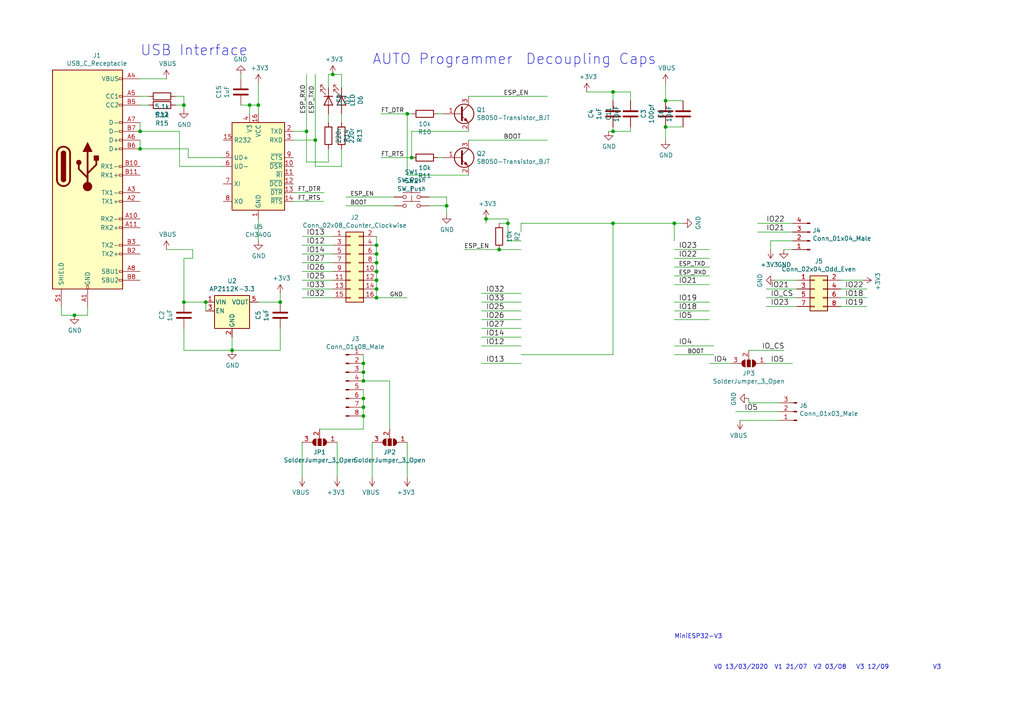
<source format=kicad_sch>
(kicad_sch (version 20211123) (generator eeschema)

  (uuid bcc1a33c-0ff8-4de2-a4bb-c206ffae8345)

  (paper "A4")

  (lib_symbols
    (symbol "Connector:Conn_01x03_Male" (pin_names (offset 1.016) hide) (in_bom yes) (on_board yes)
      (property "Reference" "J" (id 0) (at 0 5.08 0)
        (effects (font (size 1.27 1.27)))
      )
      (property "Value" "Conn_01x03_Male" (id 1) (at 0 -5.08 0)
        (effects (font (size 1.27 1.27)))
      )
      (property "Footprint" "" (id 2) (at 0 0 0)
        (effects (font (size 1.27 1.27)) hide)
      )
      (property "Datasheet" "~" (id 3) (at 0 0 0)
        (effects (font (size 1.27 1.27)) hide)
      )
      (property "ki_keywords" "connector" (id 4) (at 0 0 0)
        (effects (font (size 1.27 1.27)) hide)
      )
      (property "ki_description" "Generic connector, single row, 01x03, script generated (kicad-library-utils/schlib/autogen/connector/)" (id 5) (at 0 0 0)
        (effects (font (size 1.27 1.27)) hide)
      )
      (property "ki_fp_filters" "Connector*:*_1x??_*" (id 6) (at 0 0 0)
        (effects (font (size 1.27 1.27)) hide)
      )
      (symbol "Conn_01x03_Male_1_1"
        (polyline
          (pts
            (xy 1.27 -2.54)
            (xy 0.8636 -2.54)
          )
          (stroke (width 0.1524) (type default) (color 0 0 0 0))
          (fill (type none))
        )
        (polyline
          (pts
            (xy 1.27 0)
            (xy 0.8636 0)
          )
          (stroke (width 0.1524) (type default) (color 0 0 0 0))
          (fill (type none))
        )
        (polyline
          (pts
            (xy 1.27 2.54)
            (xy 0.8636 2.54)
          )
          (stroke (width 0.1524) (type default) (color 0 0 0 0))
          (fill (type none))
        )
        (rectangle (start 0.8636 -2.413) (end 0 -2.667)
          (stroke (width 0.1524) (type default) (color 0 0 0 0))
          (fill (type outline))
        )
        (rectangle (start 0.8636 0.127) (end 0 -0.127)
          (stroke (width 0.1524) (type default) (color 0 0 0 0))
          (fill (type outline))
        )
        (rectangle (start 0.8636 2.667) (end 0 2.413)
          (stroke (width 0.1524) (type default) (color 0 0 0 0))
          (fill (type outline))
        )
        (pin passive line (at 5.08 2.54 180) (length 3.81)
          (name "Pin_1" (effects (font (size 1.27 1.27))))
          (number "1" (effects (font (size 1.27 1.27))))
        )
        (pin passive line (at 5.08 0 180) (length 3.81)
          (name "Pin_2" (effects (font (size 1.27 1.27))))
          (number "2" (effects (font (size 1.27 1.27))))
        )
        (pin passive line (at 5.08 -2.54 180) (length 3.81)
          (name "Pin_3" (effects (font (size 1.27 1.27))))
          (number "3" (effects (font (size 1.27 1.27))))
        )
      )
    )
    (symbol "Connector:Conn_01x04_Male" (pin_names (offset 1.016) hide) (in_bom yes) (on_board yes)
      (property "Reference" "J" (id 0) (at 0 5.08 0)
        (effects (font (size 1.27 1.27)))
      )
      (property "Value" "Conn_01x04_Male" (id 1) (at 0 -7.62 0)
        (effects (font (size 1.27 1.27)))
      )
      (property "Footprint" "" (id 2) (at 0 0 0)
        (effects (font (size 1.27 1.27)) hide)
      )
      (property "Datasheet" "~" (id 3) (at 0 0 0)
        (effects (font (size 1.27 1.27)) hide)
      )
      (property "ki_keywords" "connector" (id 4) (at 0 0 0)
        (effects (font (size 1.27 1.27)) hide)
      )
      (property "ki_description" "Generic connector, single row, 01x04, script generated (kicad-library-utils/schlib/autogen/connector/)" (id 5) (at 0 0 0)
        (effects (font (size 1.27 1.27)) hide)
      )
      (property "ki_fp_filters" "Connector*:*_1x??_*" (id 6) (at 0 0 0)
        (effects (font (size 1.27 1.27)) hide)
      )
      (symbol "Conn_01x04_Male_1_1"
        (polyline
          (pts
            (xy 1.27 -5.08)
            (xy 0.8636 -5.08)
          )
          (stroke (width 0.1524) (type default) (color 0 0 0 0))
          (fill (type none))
        )
        (polyline
          (pts
            (xy 1.27 -2.54)
            (xy 0.8636 -2.54)
          )
          (stroke (width 0.1524) (type default) (color 0 0 0 0))
          (fill (type none))
        )
        (polyline
          (pts
            (xy 1.27 0)
            (xy 0.8636 0)
          )
          (stroke (width 0.1524) (type default) (color 0 0 0 0))
          (fill (type none))
        )
        (polyline
          (pts
            (xy 1.27 2.54)
            (xy 0.8636 2.54)
          )
          (stroke (width 0.1524) (type default) (color 0 0 0 0))
          (fill (type none))
        )
        (rectangle (start 0.8636 -4.953) (end 0 -5.207)
          (stroke (width 0.1524) (type default) (color 0 0 0 0))
          (fill (type outline))
        )
        (rectangle (start 0.8636 -2.413) (end 0 -2.667)
          (stroke (width 0.1524) (type default) (color 0 0 0 0))
          (fill (type outline))
        )
        (rectangle (start 0.8636 0.127) (end 0 -0.127)
          (stroke (width 0.1524) (type default) (color 0 0 0 0))
          (fill (type outline))
        )
        (rectangle (start 0.8636 2.667) (end 0 2.413)
          (stroke (width 0.1524) (type default) (color 0 0 0 0))
          (fill (type outline))
        )
        (pin passive line (at 5.08 2.54 180) (length 3.81)
          (name "Pin_1" (effects (font (size 1.27 1.27))))
          (number "1" (effects (font (size 1.27 1.27))))
        )
        (pin passive line (at 5.08 0 180) (length 3.81)
          (name "Pin_2" (effects (font (size 1.27 1.27))))
          (number "2" (effects (font (size 1.27 1.27))))
        )
        (pin passive line (at 5.08 -2.54 180) (length 3.81)
          (name "Pin_3" (effects (font (size 1.27 1.27))))
          (number "3" (effects (font (size 1.27 1.27))))
        )
        (pin passive line (at 5.08 -5.08 180) (length 3.81)
          (name "Pin_4" (effects (font (size 1.27 1.27))))
          (number "4" (effects (font (size 1.27 1.27))))
        )
      )
    )
    (symbol "Connector:Conn_01x08_Male" (pin_names (offset 1.016) hide) (in_bom yes) (on_board yes)
      (property "Reference" "J" (id 0) (at 0 10.16 0)
        (effects (font (size 1.27 1.27)))
      )
      (property "Value" "Conn_01x08_Male" (id 1) (at 0 -12.7 0)
        (effects (font (size 1.27 1.27)))
      )
      (property "Footprint" "" (id 2) (at 0 0 0)
        (effects (font (size 1.27 1.27)) hide)
      )
      (property "Datasheet" "~" (id 3) (at 0 0 0)
        (effects (font (size 1.27 1.27)) hide)
      )
      (property "ki_keywords" "connector" (id 4) (at 0 0 0)
        (effects (font (size 1.27 1.27)) hide)
      )
      (property "ki_description" "Generic connector, single row, 01x08, script generated (kicad-library-utils/schlib/autogen/connector/)" (id 5) (at 0 0 0)
        (effects (font (size 1.27 1.27)) hide)
      )
      (property "ki_fp_filters" "Connector*:*_1x??_*" (id 6) (at 0 0 0)
        (effects (font (size 1.27 1.27)) hide)
      )
      (symbol "Conn_01x08_Male_1_1"
        (polyline
          (pts
            (xy 1.27 -10.16)
            (xy 0.8636 -10.16)
          )
          (stroke (width 0.1524) (type default) (color 0 0 0 0))
          (fill (type none))
        )
        (polyline
          (pts
            (xy 1.27 -7.62)
            (xy 0.8636 -7.62)
          )
          (stroke (width 0.1524) (type default) (color 0 0 0 0))
          (fill (type none))
        )
        (polyline
          (pts
            (xy 1.27 -5.08)
            (xy 0.8636 -5.08)
          )
          (stroke (width 0.1524) (type default) (color 0 0 0 0))
          (fill (type none))
        )
        (polyline
          (pts
            (xy 1.27 -2.54)
            (xy 0.8636 -2.54)
          )
          (stroke (width 0.1524) (type default) (color 0 0 0 0))
          (fill (type none))
        )
        (polyline
          (pts
            (xy 1.27 0)
            (xy 0.8636 0)
          )
          (stroke (width 0.1524) (type default) (color 0 0 0 0))
          (fill (type none))
        )
        (polyline
          (pts
            (xy 1.27 2.54)
            (xy 0.8636 2.54)
          )
          (stroke (width 0.1524) (type default) (color 0 0 0 0))
          (fill (type none))
        )
        (polyline
          (pts
            (xy 1.27 5.08)
            (xy 0.8636 5.08)
          )
          (stroke (width 0.1524) (type default) (color 0 0 0 0))
          (fill (type none))
        )
        (polyline
          (pts
            (xy 1.27 7.62)
            (xy 0.8636 7.62)
          )
          (stroke (width 0.1524) (type default) (color 0 0 0 0))
          (fill (type none))
        )
        (rectangle (start 0.8636 -10.033) (end 0 -10.287)
          (stroke (width 0.1524) (type default) (color 0 0 0 0))
          (fill (type outline))
        )
        (rectangle (start 0.8636 -7.493) (end 0 -7.747)
          (stroke (width 0.1524) (type default) (color 0 0 0 0))
          (fill (type outline))
        )
        (rectangle (start 0.8636 -4.953) (end 0 -5.207)
          (stroke (width 0.1524) (type default) (color 0 0 0 0))
          (fill (type outline))
        )
        (rectangle (start 0.8636 -2.413) (end 0 -2.667)
          (stroke (width 0.1524) (type default) (color 0 0 0 0))
          (fill (type outline))
        )
        (rectangle (start 0.8636 0.127) (end 0 -0.127)
          (stroke (width 0.1524) (type default) (color 0 0 0 0))
          (fill (type outline))
        )
        (rectangle (start 0.8636 2.667) (end 0 2.413)
          (stroke (width 0.1524) (type default) (color 0 0 0 0))
          (fill (type outline))
        )
        (rectangle (start 0.8636 5.207) (end 0 4.953)
          (stroke (width 0.1524) (type default) (color 0 0 0 0))
          (fill (type outline))
        )
        (rectangle (start 0.8636 7.747) (end 0 7.493)
          (stroke (width 0.1524) (type default) (color 0 0 0 0))
          (fill (type outline))
        )
        (pin passive line (at 5.08 7.62 180) (length 3.81)
          (name "Pin_1" (effects (font (size 1.27 1.27))))
          (number "1" (effects (font (size 1.27 1.27))))
        )
        (pin passive line (at 5.08 5.08 180) (length 3.81)
          (name "Pin_2" (effects (font (size 1.27 1.27))))
          (number "2" (effects (font (size 1.27 1.27))))
        )
        (pin passive line (at 5.08 2.54 180) (length 3.81)
          (name "Pin_3" (effects (font (size 1.27 1.27))))
          (number "3" (effects (font (size 1.27 1.27))))
        )
        (pin passive line (at 5.08 0 180) (length 3.81)
          (name "Pin_4" (effects (font (size 1.27 1.27))))
          (number "4" (effects (font (size 1.27 1.27))))
        )
        (pin passive line (at 5.08 -2.54 180) (length 3.81)
          (name "Pin_5" (effects (font (size 1.27 1.27))))
          (number "5" (effects (font (size 1.27 1.27))))
        )
        (pin passive line (at 5.08 -5.08 180) (length 3.81)
          (name "Pin_6" (effects (font (size 1.27 1.27))))
          (number "6" (effects (font (size 1.27 1.27))))
        )
        (pin passive line (at 5.08 -7.62 180) (length 3.81)
          (name "Pin_7" (effects (font (size 1.27 1.27))))
          (number "7" (effects (font (size 1.27 1.27))))
        )
        (pin passive line (at 5.08 -10.16 180) (length 3.81)
          (name "Pin_8" (effects (font (size 1.27 1.27))))
          (number "8" (effects (font (size 1.27 1.27))))
        )
      )
    )
    (symbol "Connector:USB_C_Receptacle" (pin_names (offset 1.016)) (in_bom yes) (on_board yes)
      (property "Reference" "J" (id 0) (at -10.16 29.21 0)
        (effects (font (size 1.27 1.27)) (justify left))
      )
      (property "Value" "USB_C_Receptacle" (id 1) (at 10.16 29.21 0)
        (effects (font (size 1.27 1.27)) (justify right))
      )
      (property "Footprint" "" (id 2) (at 3.81 0 0)
        (effects (font (size 1.27 1.27)) hide)
      )
      (property "Datasheet" "https://www.usb.org/sites/default/files/documents/usb_type-c.zip" (id 3) (at 3.81 0 0)
        (effects (font (size 1.27 1.27)) hide)
      )
      (property "ki_keywords" "usb universal serial bus type-C full-featured" (id 4) (at 0 0 0)
        (effects (font (size 1.27 1.27)) hide)
      )
      (property "ki_description" "USB Full-Featured Type-C Receptacle connector" (id 5) (at 0 0 0)
        (effects (font (size 1.27 1.27)) hide)
      )
      (property "ki_fp_filters" "USB*C*Receptacle*" (id 6) (at 0 0 0)
        (effects (font (size 1.27 1.27)) hide)
      )
      (symbol "USB_C_Receptacle_0_0"
        (rectangle (start -0.254 -35.56) (end 0.254 -34.544)
          (stroke (width 0) (type default) (color 0 0 0 0))
          (fill (type none))
        )
        (rectangle (start 10.16 -32.766) (end 9.144 -33.274)
          (stroke (width 0) (type default) (color 0 0 0 0))
          (fill (type none))
        )
        (rectangle (start 10.16 -30.226) (end 9.144 -30.734)
          (stroke (width 0) (type default) (color 0 0 0 0))
          (fill (type none))
        )
        (rectangle (start 10.16 -25.146) (end 9.144 -25.654)
          (stroke (width 0) (type default) (color 0 0 0 0))
          (fill (type none))
        )
        (rectangle (start 10.16 -22.606) (end 9.144 -23.114)
          (stroke (width 0) (type default) (color 0 0 0 0))
          (fill (type none))
        )
        (rectangle (start 10.16 -17.526) (end 9.144 -18.034)
          (stroke (width 0) (type default) (color 0 0 0 0))
          (fill (type none))
        )
        (rectangle (start 10.16 -14.986) (end 9.144 -15.494)
          (stroke (width 0) (type default) (color 0 0 0 0))
          (fill (type none))
        )
        (rectangle (start 10.16 -9.906) (end 9.144 -10.414)
          (stroke (width 0) (type default) (color 0 0 0 0))
          (fill (type none))
        )
        (rectangle (start 10.16 -7.366) (end 9.144 -7.874)
          (stroke (width 0) (type default) (color 0 0 0 0))
          (fill (type none))
        )
        (rectangle (start 10.16 -2.286) (end 9.144 -2.794)
          (stroke (width 0) (type default) (color 0 0 0 0))
          (fill (type none))
        )
        (rectangle (start 10.16 0.254) (end 9.144 -0.254)
          (stroke (width 0) (type default) (color 0 0 0 0))
          (fill (type none))
        )
        (rectangle (start 10.16 5.334) (end 9.144 4.826)
          (stroke (width 0) (type default) (color 0 0 0 0))
          (fill (type none))
        )
        (rectangle (start 10.16 7.874) (end 9.144 7.366)
          (stroke (width 0) (type default) (color 0 0 0 0))
          (fill (type none))
        )
        (rectangle (start 10.16 10.414) (end 9.144 9.906)
          (stroke (width 0) (type default) (color 0 0 0 0))
          (fill (type none))
        )
        (rectangle (start 10.16 12.954) (end 9.144 12.446)
          (stroke (width 0) (type default) (color 0 0 0 0))
          (fill (type none))
        )
        (rectangle (start 10.16 18.034) (end 9.144 17.526)
          (stroke (width 0) (type default) (color 0 0 0 0))
          (fill (type none))
        )
        (rectangle (start 10.16 20.574) (end 9.144 20.066)
          (stroke (width 0) (type default) (color 0 0 0 0))
          (fill (type none))
        )
        (rectangle (start 10.16 25.654) (end 9.144 25.146)
          (stroke (width 0) (type default) (color 0 0 0 0))
          (fill (type none))
        )
      )
      (symbol "USB_C_Receptacle_0_1"
        (rectangle (start -10.16 27.94) (end 10.16 -35.56)
          (stroke (width 0.254) (type default) (color 0 0 0 0))
          (fill (type background))
        )
        (arc (start -8.89 -3.81) (mid -6.985 -5.715) (end -5.08 -3.81)
          (stroke (width 0.508) (type default) (color 0 0 0 0))
          (fill (type none))
        )
        (arc (start -7.62 -3.81) (mid -6.985 -4.445) (end -6.35 -3.81)
          (stroke (width 0.254) (type default) (color 0 0 0 0))
          (fill (type none))
        )
        (arc (start -7.62 -3.81) (mid -6.985 -4.445) (end -6.35 -3.81)
          (stroke (width 0.254) (type default) (color 0 0 0 0))
          (fill (type outline))
        )
        (rectangle (start -7.62 -3.81) (end -6.35 3.81)
          (stroke (width 0.254) (type default) (color 0 0 0 0))
          (fill (type outline))
        )
        (arc (start -6.35 3.81) (mid -6.985 4.445) (end -7.62 3.81)
          (stroke (width 0.254) (type default) (color 0 0 0 0))
          (fill (type none))
        )
        (arc (start -6.35 3.81) (mid -6.985 4.445) (end -7.62 3.81)
          (stroke (width 0.254) (type default) (color 0 0 0 0))
          (fill (type outline))
        )
        (arc (start -5.08 3.81) (mid -6.985 5.715) (end -8.89 3.81)
          (stroke (width 0.508) (type default) (color 0 0 0 0))
          (fill (type none))
        )
        (polyline
          (pts
            (xy -8.89 -3.81)
            (xy -8.89 3.81)
          )
          (stroke (width 0.508) (type default) (color 0 0 0 0))
          (fill (type none))
        )
        (polyline
          (pts
            (xy -5.08 3.81)
            (xy -5.08 -3.81)
          )
          (stroke (width 0.508) (type default) (color 0 0 0 0))
          (fill (type none))
        )
      )
      (symbol "USB_C_Receptacle_1_1"
        (circle (center -2.54 1.143) (radius 0.635)
          (stroke (width 0.254) (type default) (color 0 0 0 0))
          (fill (type outline))
        )
        (circle (center 0 -5.842) (radius 1.27)
          (stroke (width 0) (type default) (color 0 0 0 0))
          (fill (type outline))
        )
        (polyline
          (pts
            (xy 0 -5.842)
            (xy 0 4.318)
          )
          (stroke (width 0.508) (type default) (color 0 0 0 0))
          (fill (type none))
        )
        (polyline
          (pts
            (xy 0 -3.302)
            (xy -2.54 -0.762)
            (xy -2.54 0.508)
          )
          (stroke (width 0.508) (type default) (color 0 0 0 0))
          (fill (type none))
        )
        (polyline
          (pts
            (xy 0 -2.032)
            (xy 2.54 0.508)
            (xy 2.54 1.778)
          )
          (stroke (width 0.508) (type default) (color 0 0 0 0))
          (fill (type none))
        )
        (polyline
          (pts
            (xy -1.27 4.318)
            (xy 0 6.858)
            (xy 1.27 4.318)
            (xy -1.27 4.318)
          )
          (stroke (width 0.254) (type default) (color 0 0 0 0))
          (fill (type outline))
        )
        (rectangle (start 1.905 1.778) (end 3.175 3.048)
          (stroke (width 0.254) (type default) (color 0 0 0 0))
          (fill (type outline))
        )
        (pin passive line (at 0 -40.64 90) (length 5.08)
          (name "GND" (effects (font (size 1.27 1.27))))
          (number "A1" (effects (font (size 1.27 1.27))))
        )
        (pin bidirectional line (at 15.24 -15.24 180) (length 5.08)
          (name "RX2-" (effects (font (size 1.27 1.27))))
          (number "A10" (effects (font (size 1.27 1.27))))
        )
        (pin bidirectional line (at 15.24 -17.78 180) (length 5.08)
          (name "RX2+" (effects (font (size 1.27 1.27))))
          (number "A11" (effects (font (size 1.27 1.27))))
        )
        (pin passive line (at 0 -40.64 90) (length 5.08) hide
          (name "GND" (effects (font (size 1.27 1.27))))
          (number "A12" (effects (font (size 1.27 1.27))))
        )
        (pin bidirectional line (at 15.24 -10.16 180) (length 5.08)
          (name "TX1+" (effects (font (size 1.27 1.27))))
          (number "A2" (effects (font (size 1.27 1.27))))
        )
        (pin bidirectional line (at 15.24 -7.62 180) (length 5.08)
          (name "TX1-" (effects (font (size 1.27 1.27))))
          (number "A3" (effects (font (size 1.27 1.27))))
        )
        (pin passive line (at 15.24 25.4 180) (length 5.08)
          (name "VBUS" (effects (font (size 1.27 1.27))))
          (number "A4" (effects (font (size 1.27 1.27))))
        )
        (pin bidirectional line (at 15.24 20.32 180) (length 5.08)
          (name "CC1" (effects (font (size 1.27 1.27))))
          (number "A5" (effects (font (size 1.27 1.27))))
        )
        (pin bidirectional line (at 15.24 7.62 180) (length 5.08)
          (name "D+" (effects (font (size 1.27 1.27))))
          (number "A6" (effects (font (size 1.27 1.27))))
        )
        (pin bidirectional line (at 15.24 12.7 180) (length 5.08)
          (name "D-" (effects (font (size 1.27 1.27))))
          (number "A7" (effects (font (size 1.27 1.27))))
        )
        (pin bidirectional line (at 15.24 -30.48 180) (length 5.08)
          (name "SBU1" (effects (font (size 1.27 1.27))))
          (number "A8" (effects (font (size 1.27 1.27))))
        )
        (pin passive line (at 15.24 25.4 180) (length 5.08) hide
          (name "VBUS" (effects (font (size 1.27 1.27))))
          (number "A9" (effects (font (size 1.27 1.27))))
        )
        (pin passive line (at 0 -40.64 90) (length 5.08) hide
          (name "GND" (effects (font (size 1.27 1.27))))
          (number "B1" (effects (font (size 1.27 1.27))))
        )
        (pin bidirectional line (at 15.24 0 180) (length 5.08)
          (name "RX1-" (effects (font (size 1.27 1.27))))
          (number "B10" (effects (font (size 1.27 1.27))))
        )
        (pin bidirectional line (at 15.24 -2.54 180) (length 5.08)
          (name "RX1+" (effects (font (size 1.27 1.27))))
          (number "B11" (effects (font (size 1.27 1.27))))
        )
        (pin passive line (at 0 -40.64 90) (length 5.08) hide
          (name "GND" (effects (font (size 1.27 1.27))))
          (number "B12" (effects (font (size 1.27 1.27))))
        )
        (pin bidirectional line (at 15.24 -25.4 180) (length 5.08)
          (name "TX2+" (effects (font (size 1.27 1.27))))
          (number "B2" (effects (font (size 1.27 1.27))))
        )
        (pin bidirectional line (at 15.24 -22.86 180) (length 5.08)
          (name "TX2-" (effects (font (size 1.27 1.27))))
          (number "B3" (effects (font (size 1.27 1.27))))
        )
        (pin passive line (at 15.24 25.4 180) (length 5.08) hide
          (name "VBUS" (effects (font (size 1.27 1.27))))
          (number "B4" (effects (font (size 1.27 1.27))))
        )
        (pin bidirectional line (at 15.24 17.78 180) (length 5.08)
          (name "CC2" (effects (font (size 1.27 1.27))))
          (number "B5" (effects (font (size 1.27 1.27))))
        )
        (pin bidirectional line (at 15.24 5.08 180) (length 5.08)
          (name "D+" (effects (font (size 1.27 1.27))))
          (number "B6" (effects (font (size 1.27 1.27))))
        )
        (pin bidirectional line (at 15.24 10.16 180) (length 5.08)
          (name "D-" (effects (font (size 1.27 1.27))))
          (number "B7" (effects (font (size 1.27 1.27))))
        )
        (pin bidirectional line (at 15.24 -33.02 180) (length 5.08)
          (name "SBU2" (effects (font (size 1.27 1.27))))
          (number "B8" (effects (font (size 1.27 1.27))))
        )
        (pin passive line (at 15.24 25.4 180) (length 5.08) hide
          (name "VBUS" (effects (font (size 1.27 1.27))))
          (number "B9" (effects (font (size 1.27 1.27))))
        )
        (pin passive line (at -7.62 -40.64 90) (length 5.08)
          (name "SHIELD" (effects (font (size 1.27 1.27))))
          (number "S1" (effects (font (size 1.27 1.27))))
        )
      )
    )
    (symbol "Connector_Generic:Conn_02x04_Odd_Even" (pin_names (offset 1.016) hide) (in_bom yes) (on_board yes)
      (property "Reference" "J" (id 0) (at 1.27 5.08 0)
        (effects (font (size 1.27 1.27)))
      )
      (property "Value" "Conn_02x04_Odd_Even" (id 1) (at 1.27 -7.62 0)
        (effects (font (size 1.27 1.27)))
      )
      (property "Footprint" "" (id 2) (at 0 0 0)
        (effects (font (size 1.27 1.27)) hide)
      )
      (property "Datasheet" "~" (id 3) (at 0 0 0)
        (effects (font (size 1.27 1.27)) hide)
      )
      (property "ki_keywords" "connector" (id 4) (at 0 0 0)
        (effects (font (size 1.27 1.27)) hide)
      )
      (property "ki_description" "Generic connector, double row, 02x04, odd/even pin numbering scheme (row 1 odd numbers, row 2 even numbers), script generated (kicad-library-utils/schlib/autogen/connector/)" (id 5) (at 0 0 0)
        (effects (font (size 1.27 1.27)) hide)
      )
      (property "ki_fp_filters" "Connector*:*_2x??_*" (id 6) (at 0 0 0)
        (effects (font (size 1.27 1.27)) hide)
      )
      (symbol "Conn_02x04_Odd_Even_1_1"
        (rectangle (start -1.27 -4.953) (end 0 -5.207)
          (stroke (width 0.1524) (type default) (color 0 0 0 0))
          (fill (type none))
        )
        (rectangle (start -1.27 -2.413) (end 0 -2.667)
          (stroke (width 0.1524) (type default) (color 0 0 0 0))
          (fill (type none))
        )
        (rectangle (start -1.27 0.127) (end 0 -0.127)
          (stroke (width 0.1524) (type default) (color 0 0 0 0))
          (fill (type none))
        )
        (rectangle (start -1.27 2.667) (end 0 2.413)
          (stroke (width 0.1524) (type default) (color 0 0 0 0))
          (fill (type none))
        )
        (rectangle (start -1.27 3.81) (end 3.81 -6.35)
          (stroke (width 0.254) (type default) (color 0 0 0 0))
          (fill (type background))
        )
        (rectangle (start 3.81 -4.953) (end 2.54 -5.207)
          (stroke (width 0.1524) (type default) (color 0 0 0 0))
          (fill (type none))
        )
        (rectangle (start 3.81 -2.413) (end 2.54 -2.667)
          (stroke (width 0.1524) (type default) (color 0 0 0 0))
          (fill (type none))
        )
        (rectangle (start 3.81 0.127) (end 2.54 -0.127)
          (stroke (width 0.1524) (type default) (color 0 0 0 0))
          (fill (type none))
        )
        (rectangle (start 3.81 2.667) (end 2.54 2.413)
          (stroke (width 0.1524) (type default) (color 0 0 0 0))
          (fill (type none))
        )
        (pin passive line (at -5.08 2.54 0) (length 3.81)
          (name "Pin_1" (effects (font (size 1.27 1.27))))
          (number "1" (effects (font (size 1.27 1.27))))
        )
        (pin passive line (at 7.62 2.54 180) (length 3.81)
          (name "Pin_2" (effects (font (size 1.27 1.27))))
          (number "2" (effects (font (size 1.27 1.27))))
        )
        (pin passive line (at -5.08 0 0) (length 3.81)
          (name "Pin_3" (effects (font (size 1.27 1.27))))
          (number "3" (effects (font (size 1.27 1.27))))
        )
        (pin passive line (at 7.62 0 180) (length 3.81)
          (name "Pin_4" (effects (font (size 1.27 1.27))))
          (number "4" (effects (font (size 1.27 1.27))))
        )
        (pin passive line (at -5.08 -2.54 0) (length 3.81)
          (name "Pin_5" (effects (font (size 1.27 1.27))))
          (number "5" (effects (font (size 1.27 1.27))))
        )
        (pin passive line (at 7.62 -2.54 180) (length 3.81)
          (name "Pin_6" (effects (font (size 1.27 1.27))))
          (number "6" (effects (font (size 1.27 1.27))))
        )
        (pin passive line (at -5.08 -5.08 0) (length 3.81)
          (name "Pin_7" (effects (font (size 1.27 1.27))))
          (number "7" (effects (font (size 1.27 1.27))))
        )
        (pin passive line (at 7.62 -5.08 180) (length 3.81)
          (name "Pin_8" (effects (font (size 1.27 1.27))))
          (number "8" (effects (font (size 1.27 1.27))))
        )
      )
    )
    (symbol "Connector_Generic:Conn_02x08_Odd_Even" (pin_names (offset 1.016) hide) (in_bom yes) (on_board yes)
      (property "Reference" "J" (id 0) (at 1.27 10.16 0)
        (effects (font (size 1.27 1.27)))
      )
      (property "Value" "Conn_02x08_Odd_Even" (id 1) (at 1.27 -12.7 0)
        (effects (font (size 1.27 1.27)))
      )
      (property "Footprint" "" (id 2) (at 0 0 0)
        (effects (font (size 1.27 1.27)) hide)
      )
      (property "Datasheet" "~" (id 3) (at 0 0 0)
        (effects (font (size 1.27 1.27)) hide)
      )
      (property "ki_keywords" "connector" (id 4) (at 0 0 0)
        (effects (font (size 1.27 1.27)) hide)
      )
      (property "ki_description" "Generic connector, double row, 02x08, odd/even pin numbering scheme (row 1 odd numbers, row 2 even numbers), script generated (kicad-library-utils/schlib/autogen/connector/)" (id 5) (at 0 0 0)
        (effects (font (size 1.27 1.27)) hide)
      )
      (property "ki_fp_filters" "Connector*:*_2x??_*" (id 6) (at 0 0 0)
        (effects (font (size 1.27 1.27)) hide)
      )
      (symbol "Conn_02x08_Odd_Even_1_1"
        (rectangle (start -1.27 -10.033) (end 0 -10.287)
          (stroke (width 0.1524) (type default) (color 0 0 0 0))
          (fill (type none))
        )
        (rectangle (start -1.27 -7.493) (end 0 -7.747)
          (stroke (width 0.1524) (type default) (color 0 0 0 0))
          (fill (type none))
        )
        (rectangle (start -1.27 -4.953) (end 0 -5.207)
          (stroke (width 0.1524) (type default) (color 0 0 0 0))
          (fill (type none))
        )
        (rectangle (start -1.27 -2.413) (end 0 -2.667)
          (stroke (width 0.1524) (type default) (color 0 0 0 0))
          (fill (type none))
        )
        (rectangle (start -1.27 0.127) (end 0 -0.127)
          (stroke (width 0.1524) (type default) (color 0 0 0 0))
          (fill (type none))
        )
        (rectangle (start -1.27 2.667) (end 0 2.413)
          (stroke (width 0.1524) (type default) (color 0 0 0 0))
          (fill (type none))
        )
        (rectangle (start -1.27 5.207) (end 0 4.953)
          (stroke (width 0.1524) (type default) (color 0 0 0 0))
          (fill (type none))
        )
        (rectangle (start -1.27 7.747) (end 0 7.493)
          (stroke (width 0.1524) (type default) (color 0 0 0 0))
          (fill (type none))
        )
        (rectangle (start -1.27 8.89) (end 3.81 -11.43)
          (stroke (width 0.254) (type default) (color 0 0 0 0))
          (fill (type background))
        )
        (rectangle (start 3.81 -10.033) (end 2.54 -10.287)
          (stroke (width 0.1524) (type default) (color 0 0 0 0))
          (fill (type none))
        )
        (rectangle (start 3.81 -7.493) (end 2.54 -7.747)
          (stroke (width 0.1524) (type default) (color 0 0 0 0))
          (fill (type none))
        )
        (rectangle (start 3.81 -4.953) (end 2.54 -5.207)
          (stroke (width 0.1524) (type default) (color 0 0 0 0))
          (fill (type none))
        )
        (rectangle (start 3.81 -2.413) (end 2.54 -2.667)
          (stroke (width 0.1524) (type default) (color 0 0 0 0))
          (fill (type none))
        )
        (rectangle (start 3.81 0.127) (end 2.54 -0.127)
          (stroke (width 0.1524) (type default) (color 0 0 0 0))
          (fill (type none))
        )
        (rectangle (start 3.81 2.667) (end 2.54 2.413)
          (stroke (width 0.1524) (type default) (color 0 0 0 0))
          (fill (type none))
        )
        (rectangle (start 3.81 5.207) (end 2.54 4.953)
          (stroke (width 0.1524) (type default) (color 0 0 0 0))
          (fill (type none))
        )
        (rectangle (start 3.81 7.747) (end 2.54 7.493)
          (stroke (width 0.1524) (type default) (color 0 0 0 0))
          (fill (type none))
        )
        (pin passive line (at -5.08 7.62 0) (length 3.81)
          (name "Pin_1" (effects (font (size 1.27 1.27))))
          (number "1" (effects (font (size 1.27 1.27))))
        )
        (pin passive line (at 7.62 -2.54 180) (length 3.81)
          (name "Pin_10" (effects (font (size 1.27 1.27))))
          (number "10" (effects (font (size 1.27 1.27))))
        )
        (pin passive line (at -5.08 -5.08 0) (length 3.81)
          (name "Pin_11" (effects (font (size 1.27 1.27))))
          (number "11" (effects (font (size 1.27 1.27))))
        )
        (pin passive line (at 7.62 -5.08 180) (length 3.81)
          (name "Pin_12" (effects (font (size 1.27 1.27))))
          (number "12" (effects (font (size 1.27 1.27))))
        )
        (pin passive line (at -5.08 -7.62 0) (length 3.81)
          (name "Pin_13" (effects (font (size 1.27 1.27))))
          (number "13" (effects (font (size 1.27 1.27))))
        )
        (pin passive line (at 7.62 -7.62 180) (length 3.81)
          (name "Pin_14" (effects (font (size 1.27 1.27))))
          (number "14" (effects (font (size 1.27 1.27))))
        )
        (pin passive line (at -5.08 -10.16 0) (length 3.81)
          (name "Pin_15" (effects (font (size 1.27 1.27))))
          (number "15" (effects (font (size 1.27 1.27))))
        )
        (pin passive line (at 7.62 -10.16 180) (length 3.81)
          (name "Pin_16" (effects (font (size 1.27 1.27))))
          (number "16" (effects (font (size 1.27 1.27))))
        )
        (pin passive line (at 7.62 7.62 180) (length 3.81)
          (name "Pin_2" (effects (font (size 1.27 1.27))))
          (number "2" (effects (font (size 1.27 1.27))))
        )
        (pin passive line (at -5.08 5.08 0) (length 3.81)
          (name "Pin_3" (effects (font (size 1.27 1.27))))
          (number "3" (effects (font (size 1.27 1.27))))
        )
        (pin passive line (at 7.62 5.08 180) (length 3.81)
          (name "Pin_4" (effects (font (size 1.27 1.27))))
          (number "4" (effects (font (size 1.27 1.27))))
        )
        (pin passive line (at -5.08 2.54 0) (length 3.81)
          (name "Pin_5" (effects (font (size 1.27 1.27))))
          (number "5" (effects (font (size 1.27 1.27))))
        )
        (pin passive line (at 7.62 2.54 180) (length 3.81)
          (name "Pin_6" (effects (font (size 1.27 1.27))))
          (number "6" (effects (font (size 1.27 1.27))))
        )
        (pin passive line (at -5.08 0 0) (length 3.81)
          (name "Pin_7" (effects (font (size 1.27 1.27))))
          (number "7" (effects (font (size 1.27 1.27))))
        )
        (pin passive line (at 7.62 0 180) (length 3.81)
          (name "Pin_8" (effects (font (size 1.27 1.27))))
          (number "8" (effects (font (size 1.27 1.27))))
        )
        (pin passive line (at -5.08 -2.54 0) (length 3.81)
          (name "Pin_9" (effects (font (size 1.27 1.27))))
          (number "9" (effects (font (size 1.27 1.27))))
        )
      )
    )
    (symbol "Device:C" (pin_numbers hide) (pin_names (offset 0.254)) (in_bom yes) (on_board yes)
      (property "Reference" "C" (id 0) (at 0.635 2.54 0)
        (effects (font (size 1.27 1.27)) (justify left))
      )
      (property "Value" "C" (id 1) (at 0.635 -2.54 0)
        (effects (font (size 1.27 1.27)) (justify left))
      )
      (property "Footprint" "" (id 2) (at 0.9652 -3.81 0)
        (effects (font (size 1.27 1.27)) hide)
      )
      (property "Datasheet" "~" (id 3) (at 0 0 0)
        (effects (font (size 1.27 1.27)) hide)
      )
      (property "ki_keywords" "cap capacitor" (id 4) (at 0 0 0)
        (effects (font (size 1.27 1.27)) hide)
      )
      (property "ki_description" "Unpolarized capacitor" (id 5) (at 0 0 0)
        (effects (font (size 1.27 1.27)) hide)
      )
      (property "ki_fp_filters" "C_*" (id 6) (at 0 0 0)
        (effects (font (size 1.27 1.27)) hide)
      )
      (symbol "C_0_1"
        (polyline
          (pts
            (xy -2.032 -0.762)
            (xy 2.032 -0.762)
          )
          (stroke (width 0.508) (type default) (color 0 0 0 0))
          (fill (type none))
        )
        (polyline
          (pts
            (xy -2.032 0.762)
            (xy 2.032 0.762)
          )
          (stroke (width 0.508) (type default) (color 0 0 0 0))
          (fill (type none))
        )
      )
      (symbol "C_1_1"
        (pin passive line (at 0 3.81 270) (length 2.794)
          (name "~" (effects (font (size 1.27 1.27))))
          (number "1" (effects (font (size 1.27 1.27))))
        )
        (pin passive line (at 0 -3.81 90) (length 2.794)
          (name "~" (effects (font (size 1.27 1.27))))
          (number "2" (effects (font (size 1.27 1.27))))
        )
      )
    )
    (symbol "Device:LED" (pin_numbers hide) (pin_names (offset 1.016) hide) (in_bom yes) (on_board yes)
      (property "Reference" "D" (id 0) (at 0 2.54 0)
        (effects (font (size 1.27 1.27)))
      )
      (property "Value" "LED" (id 1) (at 0 -2.54 0)
        (effects (font (size 1.27 1.27)))
      )
      (property "Footprint" "" (id 2) (at 0 0 0)
        (effects (font (size 1.27 1.27)) hide)
      )
      (property "Datasheet" "~" (id 3) (at 0 0 0)
        (effects (font (size 1.27 1.27)) hide)
      )
      (property "ki_keywords" "LED diode" (id 4) (at 0 0 0)
        (effects (font (size 1.27 1.27)) hide)
      )
      (property "ki_description" "Light emitting diode" (id 5) (at 0 0 0)
        (effects (font (size 1.27 1.27)) hide)
      )
      (property "ki_fp_filters" "LED* LED_SMD:* LED_THT:*" (id 6) (at 0 0 0)
        (effects (font (size 1.27 1.27)) hide)
      )
      (symbol "LED_0_1"
        (polyline
          (pts
            (xy -1.27 -1.27)
            (xy -1.27 1.27)
          )
          (stroke (width 0.254) (type default) (color 0 0 0 0))
          (fill (type none))
        )
        (polyline
          (pts
            (xy -1.27 0)
            (xy 1.27 0)
          )
          (stroke (width 0) (type default) (color 0 0 0 0))
          (fill (type none))
        )
        (polyline
          (pts
            (xy 1.27 -1.27)
            (xy 1.27 1.27)
            (xy -1.27 0)
            (xy 1.27 -1.27)
          )
          (stroke (width 0.254) (type default) (color 0 0 0 0))
          (fill (type none))
        )
        (polyline
          (pts
            (xy -3.048 -0.762)
            (xy -4.572 -2.286)
            (xy -3.81 -2.286)
            (xy -4.572 -2.286)
            (xy -4.572 -1.524)
          )
          (stroke (width 0) (type default) (color 0 0 0 0))
          (fill (type none))
        )
        (polyline
          (pts
            (xy -1.778 -0.762)
            (xy -3.302 -2.286)
            (xy -2.54 -2.286)
            (xy -3.302 -2.286)
            (xy -3.302 -1.524)
          )
          (stroke (width 0) (type default) (color 0 0 0 0))
          (fill (type none))
        )
      )
      (symbol "LED_1_1"
        (pin passive line (at -3.81 0 0) (length 2.54)
          (name "K" (effects (font (size 1.27 1.27))))
          (number "1" (effects (font (size 1.27 1.27))))
        )
        (pin passive line (at 3.81 0 180) (length 2.54)
          (name "A" (effects (font (size 1.27 1.27))))
          (number "2" (effects (font (size 1.27 1.27))))
        )
      )
    )
    (symbol "Device:R" (pin_numbers hide) (pin_names (offset 0)) (in_bom yes) (on_board yes)
      (property "Reference" "R" (id 0) (at 2.032 0 90)
        (effects (font (size 1.27 1.27)))
      )
      (property "Value" "R" (id 1) (at 0 0 90)
        (effects (font (size 1.27 1.27)))
      )
      (property "Footprint" "" (id 2) (at -1.778 0 90)
        (effects (font (size 1.27 1.27)) hide)
      )
      (property "Datasheet" "~" (id 3) (at 0 0 0)
        (effects (font (size 1.27 1.27)) hide)
      )
      (property "ki_keywords" "R res resistor" (id 4) (at 0 0 0)
        (effects (font (size 1.27 1.27)) hide)
      )
      (property "ki_description" "Resistor" (id 5) (at 0 0 0)
        (effects (font (size 1.27 1.27)) hide)
      )
      (property "ki_fp_filters" "R_*" (id 6) (at 0 0 0)
        (effects (font (size 1.27 1.27)) hide)
      )
      (symbol "R_0_1"
        (rectangle (start -1.016 -2.54) (end 1.016 2.54)
          (stroke (width 0.254) (type default) (color 0 0 0 0))
          (fill (type none))
        )
      )
      (symbol "R_1_1"
        (pin passive line (at 0 3.81 270) (length 1.27)
          (name "~" (effects (font (size 1.27 1.27))))
          (number "1" (effects (font (size 1.27 1.27))))
        )
        (pin passive line (at 0 -3.81 90) (length 1.27)
          (name "~" (effects (font (size 1.27 1.27))))
          (number "2" (effects (font (size 1.27 1.27))))
        )
      )
    )
    (symbol "Interface_USB:CH340G" (in_bom yes) (on_board yes)
      (property "Reference" "U" (id 0) (at -5.08 13.97 0)
        (effects (font (size 1.27 1.27)) (justify right))
      )
      (property "Value" "CH340G" (id 1) (at 1.27 13.97 0)
        (effects (font (size 1.27 1.27)) (justify left))
      )
      (property "Footprint" "Package_SO:SOIC-16_3.9x9.9mm_P1.27mm" (id 2) (at 1.27 -13.97 0)
        (effects (font (size 1.27 1.27)) (justify left) hide)
      )
      (property "Datasheet" "http://www.datasheet5.com/pdf-local-2195953" (id 3) (at -8.89 20.32 0)
        (effects (font (size 1.27 1.27)) hide)
      )
      (property "ki_keywords" "USB UART Serial Converter Interface" (id 4) (at 0 0 0)
        (effects (font (size 1.27 1.27)) hide)
      )
      (property "ki_description" "USB serial converter, UART, SOIC-16" (id 5) (at 0 0 0)
        (effects (font (size 1.27 1.27)) hide)
      )
      (property "ki_fp_filters" "SOIC*3.9x9.9mm*P1.27mm*" (id 6) (at 0 0 0)
        (effects (font (size 1.27 1.27)) hide)
      )
      (symbol "CH340G_0_1"
        (rectangle (start -7.62 12.7) (end 7.62 -12.7)
          (stroke (width 0.254) (type default) (color 0 0 0 0))
          (fill (type background))
        )
      )
      (symbol "CH340G_1_1"
        (pin power_in line (at 0 -15.24 90) (length 2.54)
          (name "GND" (effects (font (size 1.27 1.27))))
          (number "1" (effects (font (size 1.27 1.27))))
        )
        (pin input line (at 10.16 0 180) (length 2.54)
          (name "~{DSR}" (effects (font (size 1.27 1.27))))
          (number "10" (effects (font (size 1.27 1.27))))
        )
        (pin input line (at 10.16 -2.54 180) (length 2.54)
          (name "~{RI}" (effects (font (size 1.27 1.27))))
          (number "11" (effects (font (size 1.27 1.27))))
        )
        (pin input line (at 10.16 -5.08 180) (length 2.54)
          (name "~{DCD}" (effects (font (size 1.27 1.27))))
          (number "12" (effects (font (size 1.27 1.27))))
        )
        (pin output line (at 10.16 -7.62 180) (length 2.54)
          (name "~{DTR}" (effects (font (size 1.27 1.27))))
          (number "13" (effects (font (size 1.27 1.27))))
        )
        (pin output line (at 10.16 -10.16 180) (length 2.54)
          (name "~{RTS}" (effects (font (size 1.27 1.27))))
          (number "14" (effects (font (size 1.27 1.27))))
        )
        (pin input line (at -10.16 7.62 0) (length 2.54)
          (name "R232" (effects (font (size 1.27 1.27))))
          (number "15" (effects (font (size 1.27 1.27))))
        )
        (pin power_in line (at 0 15.24 270) (length 2.54)
          (name "VCC" (effects (font (size 1.27 1.27))))
          (number "16" (effects (font (size 1.27 1.27))))
        )
        (pin output line (at 10.16 10.16 180) (length 2.54)
          (name "TXD" (effects (font (size 1.27 1.27))))
          (number "2" (effects (font (size 1.27 1.27))))
        )
        (pin input line (at 10.16 7.62 180) (length 2.54)
          (name "RXD" (effects (font (size 1.27 1.27))))
          (number "3" (effects (font (size 1.27 1.27))))
        )
        (pin passive line (at -2.54 15.24 270) (length 2.54)
          (name "V3" (effects (font (size 1.27 1.27))))
          (number "4" (effects (font (size 1.27 1.27))))
        )
        (pin bidirectional line (at -10.16 2.54 0) (length 2.54)
          (name "UD+" (effects (font (size 1.27 1.27))))
          (number "5" (effects (font (size 1.27 1.27))))
        )
        (pin bidirectional line (at -10.16 0 0) (length 2.54)
          (name "UD-" (effects (font (size 1.27 1.27))))
          (number "6" (effects (font (size 1.27 1.27))))
        )
        (pin input line (at -10.16 -5.08 0) (length 2.54)
          (name "XI" (effects (font (size 1.27 1.27))))
          (number "7" (effects (font (size 1.27 1.27))))
        )
        (pin output line (at -10.16 -10.16 0) (length 2.54)
          (name "XO" (effects (font (size 1.27 1.27))))
          (number "8" (effects (font (size 1.27 1.27))))
        )
        (pin input line (at 10.16 2.54 180) (length 2.54)
          (name "~{CTS}" (effects (font (size 1.27 1.27))))
          (number "9" (effects (font (size 1.27 1.27))))
        )
      )
    )
    (symbol "Jumper:SolderJumper_3_Open" (pin_names (offset 0) hide) (in_bom yes) (on_board yes)
      (property "Reference" "JP" (id 0) (at -2.54 -2.54 0)
        (effects (font (size 1.27 1.27)))
      )
      (property "Value" "SolderJumper_3_Open" (id 1) (at 0 2.794 0)
        (effects (font (size 1.27 1.27)))
      )
      (property "Footprint" "" (id 2) (at 0 0 0)
        (effects (font (size 1.27 1.27)) hide)
      )
      (property "Datasheet" "~" (id 3) (at 0 0 0)
        (effects (font (size 1.27 1.27)) hide)
      )
      (property "ki_keywords" "Solder Jumper SPDT" (id 4) (at 0 0 0)
        (effects (font (size 1.27 1.27)) hide)
      )
      (property "ki_description" "Solder Jumper, 3-pole, open" (id 5) (at 0 0 0)
        (effects (font (size 1.27 1.27)) hide)
      )
      (property "ki_fp_filters" "SolderJumper*Open*" (id 6) (at 0 0 0)
        (effects (font (size 1.27 1.27)) hide)
      )
      (symbol "SolderJumper_3_Open_0_1"
        (arc (start -1.016 1.016) (mid -2.032 0) (end -1.016 -1.016)
          (stroke (width 0) (type default) (color 0 0 0 0))
          (fill (type none))
        )
        (arc (start -1.016 1.016) (mid -2.032 0) (end -1.016 -1.016)
          (stroke (width 0) (type default) (color 0 0 0 0))
          (fill (type outline))
        )
        (rectangle (start -0.508 1.016) (end 0.508 -1.016)
          (stroke (width 0) (type default) (color 0 0 0 0))
          (fill (type outline))
        )
        (polyline
          (pts
            (xy -2.54 0)
            (xy -2.032 0)
          )
          (stroke (width 0) (type default) (color 0 0 0 0))
          (fill (type none))
        )
        (polyline
          (pts
            (xy -1.016 1.016)
            (xy -1.016 -1.016)
          )
          (stroke (width 0) (type default) (color 0 0 0 0))
          (fill (type none))
        )
        (polyline
          (pts
            (xy 0 -1.27)
            (xy 0 -1.016)
          )
          (stroke (width 0) (type default) (color 0 0 0 0))
          (fill (type none))
        )
        (polyline
          (pts
            (xy 1.016 1.016)
            (xy 1.016 -1.016)
          )
          (stroke (width 0) (type default) (color 0 0 0 0))
          (fill (type none))
        )
        (polyline
          (pts
            (xy 2.54 0)
            (xy 2.032 0)
          )
          (stroke (width 0) (type default) (color 0 0 0 0))
          (fill (type none))
        )
        (arc (start 1.016 -1.016) (mid 2.032 0) (end 1.016 1.016)
          (stroke (width 0) (type default) (color 0 0 0 0))
          (fill (type none))
        )
        (arc (start 1.016 -1.016) (mid 2.032 0) (end 1.016 1.016)
          (stroke (width 0) (type default) (color 0 0 0 0))
          (fill (type outline))
        )
      )
      (symbol "SolderJumper_3_Open_1_1"
        (pin passive line (at -5.08 0 0) (length 2.54)
          (name "A" (effects (font (size 1.27 1.27))))
          (number "1" (effects (font (size 1.27 1.27))))
        )
        (pin input line (at 0 -3.81 90) (length 2.54)
          (name "C" (effects (font (size 1.27 1.27))))
          (number "2" (effects (font (size 1.27 1.27))))
        )
        (pin passive line (at 5.08 0 180) (length 2.54)
          (name "B" (effects (font (size 1.27 1.27))))
          (number "3" (effects (font (size 1.27 1.27))))
        )
      )
    )
    (symbol "Regulator_Linear:AP2112K-3.3" (pin_names (offset 0.254)) (in_bom yes) (on_board yes)
      (property "Reference" "U" (id 0) (at -5.08 5.715 0)
        (effects (font (size 1.27 1.27)) (justify left))
      )
      (property "Value" "AP2112K-3.3" (id 1) (at 0 5.715 0)
        (effects (font (size 1.27 1.27)) (justify left))
      )
      (property "Footprint" "Package_TO_SOT_SMD:SOT-23-5" (id 2) (at 0 8.255 0)
        (effects (font (size 1.27 1.27)) hide)
      )
      (property "Datasheet" "https://www.diodes.com/assets/Datasheets/AP2112.pdf" (id 3) (at 0 2.54 0)
        (effects (font (size 1.27 1.27)) hide)
      )
      (property "ki_keywords" "linear regulator ldo fixed positive" (id 4) (at 0 0 0)
        (effects (font (size 1.27 1.27)) hide)
      )
      (property "ki_description" "600mA low dropout linear regulator, with enable pin, 3.8V-6V input voltage range, 3.3V fixed positive output, SOT-23-5" (id 5) (at 0 0 0)
        (effects (font (size 1.27 1.27)) hide)
      )
      (property "ki_fp_filters" "SOT?23?5*" (id 6) (at 0 0 0)
        (effects (font (size 1.27 1.27)) hide)
      )
      (symbol "AP2112K-3.3_0_1"
        (rectangle (start -5.08 4.445) (end 5.08 -5.08)
          (stroke (width 0.254) (type default) (color 0 0 0 0))
          (fill (type background))
        )
      )
      (symbol "AP2112K-3.3_1_1"
        (pin power_in line (at -7.62 2.54 0) (length 2.54)
          (name "VIN" (effects (font (size 1.27 1.27))))
          (number "1" (effects (font (size 1.27 1.27))))
        )
        (pin power_in line (at 0 -7.62 90) (length 2.54)
          (name "GND" (effects (font (size 1.27 1.27))))
          (number "2" (effects (font (size 1.27 1.27))))
        )
        (pin input line (at -7.62 0 0) (length 2.54)
          (name "EN" (effects (font (size 1.27 1.27))))
          (number "3" (effects (font (size 1.27 1.27))))
        )
        (pin no_connect line (at 5.08 0 180) (length 2.54) hide
          (name "NC" (effects (font (size 1.27 1.27))))
          (number "4" (effects (font (size 1.27 1.27))))
        )
        (pin power_out line (at 7.62 2.54 180) (length 2.54)
          (name "VOUT" (effects (font (size 1.27 1.27))))
          (number "5" (effects (font (size 1.27 1.27))))
        )
      )
    )
    (symbol "Switch:SW_Push" (pin_numbers hide) (pin_names (offset 1.016) hide) (in_bom yes) (on_board yes)
      (property "Reference" "SW" (id 0) (at 1.27 2.54 0)
        (effects (font (size 1.27 1.27)) (justify left))
      )
      (property "Value" "SW_Push" (id 1) (at 0 -1.524 0)
        (effects (font (size 1.27 1.27)))
      )
      (property "Footprint" "" (id 2) (at 0 5.08 0)
        (effects (font (size 1.27 1.27)) hide)
      )
      (property "Datasheet" "~" (id 3) (at 0 5.08 0)
        (effects (font (size 1.27 1.27)) hide)
      )
      (property "ki_keywords" "switch normally-open pushbutton push-button" (id 4) (at 0 0 0)
        (effects (font (size 1.27 1.27)) hide)
      )
      (property "ki_description" "Push button switch, generic, two pins" (id 5) (at 0 0 0)
        (effects (font (size 1.27 1.27)) hide)
      )
      (symbol "SW_Push_0_1"
        (circle (center -2.032 0) (radius 0.508)
          (stroke (width 0) (type default) (color 0 0 0 0))
          (fill (type none))
        )
        (polyline
          (pts
            (xy 0 1.27)
            (xy 0 3.048)
          )
          (stroke (width 0) (type default) (color 0 0 0 0))
          (fill (type none))
        )
        (polyline
          (pts
            (xy 2.54 1.27)
            (xy -2.54 1.27)
          )
          (stroke (width 0) (type default) (color 0 0 0 0))
          (fill (type none))
        )
        (circle (center 2.032 0) (radius 0.508)
          (stroke (width 0) (type default) (color 0 0 0 0))
          (fill (type none))
        )
        (pin passive line (at -5.08 0 0) (length 2.54)
          (name "1" (effects (font (size 1.27 1.27))))
          (number "1" (effects (font (size 1.27 1.27))))
        )
        (pin passive line (at 5.08 0 180) (length 2.54)
          (name "2" (effects (font (size 1.27 1.27))))
          (number "2" (effects (font (size 1.27 1.27))))
        )
      )
    )
    (symbol "lcd-rescue:S8050-Transistor_BJT" (pin_names (offset 0) hide) (in_bom yes) (on_board yes)
      (property "Reference" "Q" (id 0) (at 5.08 1.905 0)
        (effects (font (size 1.27 1.27)) (justify left))
      )
      (property "Value" "S8050-Transistor_BJT" (id 1) (at 5.08 0 0)
        (effects (font (size 1.27 1.27)) (justify left))
      )
      (property "Footprint" "Package_TO_SOT_THT:TO-92_Inline" (id 2) (at 5.08 -1.905 0)
        (effects (font (size 1.27 1.27) italic) (justify left) hide)
      )
      (property "Datasheet" "" (id 3) (at 0 0 0)
        (effects (font (size 1.27 1.27)) (justify left) hide)
      )
      (property "ki_fp_filters" "TO?92*" (id 4) (at 0 0 0)
        (effects (font (size 1.27 1.27)) hide)
      )
      (symbol "S8050-Transistor_BJT_0_1"
        (polyline
          (pts
            (xy 0 0)
            (xy 0.635 0)
          )
          (stroke (width 0) (type default) (color 0 0 0 0))
          (fill (type none))
        )
        (polyline
          (pts
            (xy 0.635 0.635)
            (xy 2.54 2.54)
          )
          (stroke (width 0) (type default) (color 0 0 0 0))
          (fill (type none))
        )
        (polyline
          (pts
            (xy 0.635 -0.635)
            (xy 2.54 -2.54)
            (xy 2.54 -2.54)
          )
          (stroke (width 0) (type default) (color 0 0 0 0))
          (fill (type none))
        )
        (polyline
          (pts
            (xy 0.635 1.905)
            (xy 0.635 -1.905)
            (xy 0.635 -1.905)
          )
          (stroke (width 0.508) (type default) (color 0 0 0 0))
          (fill (type none))
        )
        (polyline
          (pts
            (xy 1.27 -1.778)
            (xy 1.778 -1.27)
            (xy 2.286 -2.286)
            (xy 1.27 -1.778)
            (xy 1.27 -1.778)
          )
          (stroke (width 0) (type default) (color 0 0 0 0))
          (fill (type outline))
        )
        (circle (center 1.27 0) (radius 2.8194)
          (stroke (width 0.254) (type default) (color 0 0 0 0))
          (fill (type none))
        )
      )
      (symbol "S8050-Transistor_BJT_1_1"
        (pin input line (at -5.08 0 0) (length 5.08)
          (name "B" (effects (font (size 1.27 1.27))))
          (number "1" (effects (font (size 1.27 1.27))))
        )
        (pin passive line (at 2.54 -5.08 90) (length 2.54)
          (name "E" (effects (font (size 1.27 1.27))))
          (number "2" (effects (font (size 1.27 1.27))))
        )
        (pin passive line (at 2.54 5.08 270) (length 2.54)
          (name "C" (effects (font (size 1.27 1.27))))
          (number "3" (effects (font (size 1.27 1.27))))
        )
      )
    )
    (symbol "power:+3.3V" (power) (pin_names (offset 0)) (in_bom yes) (on_board yes)
      (property "Reference" "#PWR" (id 0) (at 0 -3.81 0)
        (effects (font (size 1.27 1.27)) hide)
      )
      (property "Value" "+3.3V" (id 1) (at 0 3.556 0)
        (effects (font (size 1.27 1.27)))
      )
      (property "Footprint" "" (id 2) (at 0 0 0)
        (effects (font (size 1.27 1.27)) hide)
      )
      (property "Datasheet" "" (id 3) (at 0 0 0)
        (effects (font (size 1.27 1.27)) hide)
      )
      (property "ki_keywords" "power-flag" (id 4) (at 0 0 0)
        (effects (font (size 1.27 1.27)) hide)
      )
      (property "ki_description" "Power symbol creates a global label with name \"+3.3V\"" (id 5) (at 0 0 0)
        (effects (font (size 1.27 1.27)) hide)
      )
      (symbol "+3.3V_0_1"
        (polyline
          (pts
            (xy -0.762 1.27)
            (xy 0 2.54)
          )
          (stroke (width 0) (type default) (color 0 0 0 0))
          (fill (type none))
        )
        (polyline
          (pts
            (xy 0 0)
            (xy 0 2.54)
          )
          (stroke (width 0) (type default) (color 0 0 0 0))
          (fill (type none))
        )
        (polyline
          (pts
            (xy 0 2.54)
            (xy 0.762 1.27)
          )
          (stroke (width 0) (type default) (color 0 0 0 0))
          (fill (type none))
        )
      )
      (symbol "+3.3V_1_1"
        (pin power_in line (at 0 0 90) (length 0) hide
          (name "+3V3" (effects (font (size 1.27 1.27))))
          (number "1" (effects (font (size 1.27 1.27))))
        )
      )
    )
    (symbol "power:GND" (power) (pin_names (offset 0)) (in_bom yes) (on_board yes)
      (property "Reference" "#PWR" (id 0) (at 0 -6.35 0)
        (effects (font (size 1.27 1.27)) hide)
      )
      (property "Value" "GND" (id 1) (at 0 -3.81 0)
        (effects (font (size 1.27 1.27)))
      )
      (property "Footprint" "" (id 2) (at 0 0 0)
        (effects (font (size 1.27 1.27)) hide)
      )
      (property "Datasheet" "" (id 3) (at 0 0 0)
        (effects (font (size 1.27 1.27)) hide)
      )
      (property "ki_keywords" "power-flag" (id 4) (at 0 0 0)
        (effects (font (size 1.27 1.27)) hide)
      )
      (property "ki_description" "Power symbol creates a global label with name \"GND\" , ground" (id 5) (at 0 0 0)
        (effects (font (size 1.27 1.27)) hide)
      )
      (symbol "GND_0_1"
        (polyline
          (pts
            (xy 0 0)
            (xy 0 -1.27)
            (xy 1.27 -1.27)
            (xy 0 -2.54)
            (xy -1.27 -1.27)
            (xy 0 -1.27)
          )
          (stroke (width 0) (type default) (color 0 0 0 0))
          (fill (type none))
        )
      )
      (symbol "GND_1_1"
        (pin power_in line (at 0 0 270) (length 0) hide
          (name "GND" (effects (font (size 1.27 1.27))))
          (number "1" (effects (font (size 1.27 1.27))))
        )
      )
    )
    (symbol "power:VBUS" (power) (pin_names (offset 0)) (in_bom yes) (on_board yes)
      (property "Reference" "#PWR" (id 0) (at 0 -3.81 0)
        (effects (font (size 1.27 1.27)) hide)
      )
      (property "Value" "VBUS" (id 1) (at 0 3.81 0)
        (effects (font (size 1.27 1.27)))
      )
      (property "Footprint" "" (id 2) (at 0 0 0)
        (effects (font (size 1.27 1.27)) hide)
      )
      (property "Datasheet" "" (id 3) (at 0 0 0)
        (effects (font (size 1.27 1.27)) hide)
      )
      (property "ki_keywords" "power-flag" (id 4) (at 0 0 0)
        (effects (font (size 1.27 1.27)) hide)
      )
      (property "ki_description" "Power symbol creates a global label with name \"VBUS\"" (id 5) (at 0 0 0)
        (effects (font (size 1.27 1.27)) hide)
      )
      (symbol "VBUS_0_1"
        (polyline
          (pts
            (xy -0.762 1.27)
            (xy 0 2.54)
          )
          (stroke (width 0) (type default) (color 0 0 0 0))
          (fill (type none))
        )
        (polyline
          (pts
            (xy 0 0)
            (xy 0 2.54)
          )
          (stroke (width 0) (type default) (color 0 0 0 0))
          (fill (type none))
        )
        (polyline
          (pts
            (xy 0 2.54)
            (xy 0.762 1.27)
          )
          (stroke (width 0) (type default) (color 0 0 0 0))
          (fill (type none))
        )
      )
      (symbol "VBUS_1_1"
        (pin power_in line (at 0 0 90) (length 0) hide
          (name "VBUS" (effects (font (size 1.27 1.27))))
          (number "1" (effects (font (size 1.27 1.27))))
        )
      )
    )
  )

  (junction (at 109.22 76.2) (diameter 0) (color 0 0 0 0)
    (uuid 09951791-e667-4eff-a0ef-5ad643ca3e6d)
  )
  (junction (at 105.41 115.57) (diameter 0) (color 0 0 0 0)
    (uuid 0efd6317-8306-44f6-b3d5-989eab918592)
  )
  (junction (at 40.64 38.1) (diameter 0) (color 0 0 0 0)
    (uuid 17f822dd-de13-4bbf-b105-d885b0945b0a)
  )
  (junction (at 109.22 83.82) (diameter 0) (color 0 0 0 0)
    (uuid 19e8e68e-0c36-4840-855a-abe82a5cc518)
  )
  (junction (at 109.22 81.28) (diameter 0) (color 0 0 0 0)
    (uuid 1d54e8c8-c40b-40d2-9571-85f408fcbed6)
  )
  (junction (at 72.39 30.48) (diameter 0) (color 0 0 0 0)
    (uuid 2af19c8f-d7d5-4f24-b409-49cd84852412)
  )
  (junction (at 109.22 86.36) (diameter 0) (color 0 0 0 0)
    (uuid 2e852bed-6b24-4773-8dd3-ba5f6f6ccde9)
  )
  (junction (at 105.41 105.41) (diameter 0) (color 0 0 0 0)
    (uuid 34f7490a-f55b-4e20-8acf-1022ef68f4e4)
  )
  (junction (at 129.54 59.69) (diameter 0) (color 0 0 0 0)
    (uuid 3b930678-19f7-4705-a1f5-8f3ec94f8367)
  )
  (junction (at 177.8 64.77) (diameter 0) (color 0 0 0 0)
    (uuid 427fb868-521f-49ac-be83-f66031a06169)
  )
  (junction (at 109.22 73.66) (diameter 0) (color 0 0 0 0)
    (uuid 440147c6-9eaa-4e21-9b3b-7e38ff8a513b)
  )
  (junction (at 96.52 21.59) (diameter 0) (color 0 0 0 0)
    (uuid 51a4f6cf-2028-479b-b4b9-8abb712030b6)
  )
  (junction (at 40.64 43.18) (diameter 0) (color 0 0 0 0)
    (uuid 52705fc2-88d7-4b7a-b429-313e37eb2992)
  )
  (junction (at 67.31 101.6) (diameter 0) (color 0 0 0 0)
    (uuid 5b2a1b87-b2a8-4de6-bf14-eed71e381993)
  )
  (junction (at 81.28 87.63) (diameter 0) (color 0 0 0 0)
    (uuid 5e71c804-be3d-460b-909d-0c93a6e57597)
  )
  (junction (at 193.04 36.83) (diameter 0) (color 0 0 0 0)
    (uuid 61bd0660-0d08-43f2-85e5-4108e6e4f6e7)
  )
  (junction (at 118.11 33.02) (diameter 0) (color 0 0 0 0)
    (uuid 68eaa07e-d860-498f-b202-f97d53559394)
  )
  (junction (at 177.8 38.1) (diameter 0) (color 0 0 0 0)
    (uuid 73b7da4d-5c74-47c7-84fc-a398710762f6)
  )
  (junction (at 109.22 71.12) (diameter 0) (color 0 0 0 0)
    (uuid 75901270-48b5-41d8-aeb9-849ff053e585)
  )
  (junction (at 144.78 72.39) (diameter 0) (color 0 0 0 0)
    (uuid 7605744d-9eb4-4e57-8dc8-fc25c365854a)
  )
  (junction (at 59.69 87.63) (diameter 0) (color 0 0 0 0)
    (uuid 778f1685-ca19-493a-8136-927ae0d6d8af)
  )
  (junction (at 177.8 26.67) (diameter 0) (color 0 0 0 0)
    (uuid 78000868-95af-4977-9dab-9f5422de5103)
  )
  (junction (at 193.04 29.21) (diameter 0) (color 0 0 0 0)
    (uuid 7f2ac0e0-655a-4b05-adcb-65e3692888a4)
  )
  (junction (at 105.41 118.11) (diameter 0) (color 0 0 0 0)
    (uuid 84081600-e515-49ab-99c6-c4bdd2462dc6)
  )
  (junction (at 91.44 40.64) (diameter 0) (color 0 0 0 0)
    (uuid 8f35900b-bc04-4d6a-83f9-7cee061bd792)
  )
  (junction (at 105.41 110.49) (diameter 0) (color 0 0 0 0)
    (uuid a955d3e9-7d38-43c4-9caf-9d0935d229b1)
  )
  (junction (at 105.41 120.65) (diameter 0) (color 0 0 0 0)
    (uuid ac96a865-6fdc-43ba-bb85-f8a28891ef28)
  )
  (junction (at 21.59 91.44) (diameter 0) (color 0 0 0 0)
    (uuid b8ba2f51-1fb9-4061-a585-493c58b9c471)
  )
  (junction (at 119.38 45.72) (diameter 0) (color 0 0 0 0)
    (uuid c1811cd5-e3c1-49de-9264-01dae832be17)
  )
  (junction (at 88.9 38.1) (diameter 0) (color 0 0 0 0)
    (uuid cd5f0fa0-3727-4e56-bad8-a0845368526d)
  )
  (junction (at 74.93 30.48) (diameter 0) (color 0 0 0 0)
    (uuid d23b07bd-d8da-4629-b0a7-e910dbbfb161)
  )
  (junction (at 105.41 107.95) (diameter 0) (color 0 0 0 0)
    (uuid d47b1448-b6e6-48be-9ff6-ebf47b74c5d4)
  )
  (junction (at 140.97 63.5) (diameter 0) (color 0 0 0 0)
    (uuid de390e3d-90e8-4da9-bb43-ca6d0970b5ae)
  )
  (junction (at 147.32 64.77) (diameter 0) (color 0 0 0 0)
    (uuid df26e96c-73d3-40d0-8e26-8ab04a6820df)
  )
  (junction (at 53.34 87.63) (diameter 0) (color 0 0 0 0)
    (uuid ed399e20-7cbe-40e5-91ec-f99aa037ddf8)
  )
  (junction (at 109.22 78.74) (diameter 0) (color 0 0 0 0)
    (uuid eed9a33f-d049-4bc6-ab4f-1f68b94a4f5b)
  )
  (junction (at 195.58 64.77) (diameter 0) (color 0 0 0 0)
    (uuid f5d3a1a2-8917-4025-81b4-bf22f4457156)
  )
  (junction (at 53.34 30.48) (diameter 0) (color 0 0 0 0)
    (uuid fb0b9e69-25b7-4654-bd42-2475b292c0f7)
  )

  (wire (pts (xy 40.64 27.94) (xy 43.18 27.94))
    (stroke (width 0) (type default) (color 0 0 0 0))
    (uuid 0078a4d3-cf7d-4d27-bfd9-28d5bc8390a9)
  )
  (wire (pts (xy 55.88 72.39) (xy 48.26 72.39))
    (stroke (width 0) (type default) (color 0 0 0 0))
    (uuid 0231238d-7961-4636-9f60-0723bbb7ff5c)
  )
  (wire (pts (xy 226.06 119.38) (xy 213.36 119.38))
    (stroke (width 0) (type default) (color 0 0 0 0))
    (uuid 023aae08-ae57-4ece-8664-cad29156f9fd)
  )
  (wire (pts (xy 195.58 102.87) (xy 207.01 102.87))
    (stroke (width 0) (type default) (color 0 0 0 0))
    (uuid 051d7e17-d68e-43f3-ad50-ad70d5fd8215)
  )
  (wire (pts (xy 119.38 45.72) (xy 110.49 45.72))
    (stroke (width 0) (type default) (color 0 0 0 0))
    (uuid 07abd4bf-d05a-49a6-9132-0c53ffebe591)
  )
  (wire (pts (xy 96.52 81.28) (xy 87.63 81.28))
    (stroke (width 0) (type default) (color 0 0 0 0))
    (uuid 080e1725-7e93-4799-bd7e-964605a940ea)
  )
  (wire (pts (xy 85.09 40.64) (xy 91.44 40.64))
    (stroke (width 0) (type default) (color 0 0 0 0))
    (uuid 0993bb66-894d-4b7f-97db-4f0b153754c0)
  )
  (wire (pts (xy 140.97 64.77) (xy 140.97 63.5))
    (stroke (width 0) (type default) (color 0 0 0 0))
    (uuid 0a5aafa9-5d06-4c35-9337-9384caf07314)
  )
  (wire (pts (xy 105.41 105.41) (xy 105.41 102.87))
    (stroke (width 0) (type default) (color 0 0 0 0))
    (uuid 0b8034d7-c110-4187-b7e1-2952bbb68d07)
  )
  (wire (pts (xy 95.25 33.02) (xy 95.25 35.56))
    (stroke (width 0) (type default) (color 0 0 0 0))
    (uuid 0e6cb2db-6e31-4e91-8cbc-ddb07e5c50de)
  )
  (wire (pts (xy 109.22 83.82) (xy 109.22 81.28))
    (stroke (width 0) (type default) (color 0 0 0 0))
    (uuid 107b0a24-6e9b-4df7-bad8-8cd51fc1f8aa)
  )
  (wire (pts (xy 119.38 38.1) (xy 119.38 45.72))
    (stroke (width 0) (type default) (color 0 0 0 0))
    (uuid 12e3194d-c140-4d2f-8b52-4c2b40f6e5ef)
  )
  (wire (pts (xy 99.06 21.59) (xy 99.06 25.4))
    (stroke (width 0) (type default) (color 0 0 0 0))
    (uuid 137819d2-580a-4e8d-baf4-ebb97c277c4f)
  )
  (wire (pts (xy 105.41 120.65) (xy 105.41 118.11))
    (stroke (width 0) (type default) (color 0 0 0 0))
    (uuid 13e6346c-126c-45bc-ac1e-54d624a8509a)
  )
  (wire (pts (xy 52.07 38.1) (xy 52.07 48.26))
    (stroke (width 0) (type default) (color 0 0 0 0))
    (uuid 180cd9dc-97f3-44ba-90a7-a7524b689175)
  )
  (wire (pts (xy 177.8 36.83) (xy 177.8 38.1))
    (stroke (width 0) (type default) (color 0 0 0 0))
    (uuid 1adb8c03-ac7b-452c-b701-a359865fdb00)
  )
  (wire (pts (xy 85.09 38.1) (xy 88.9 38.1))
    (stroke (width 0) (type default) (color 0 0 0 0))
    (uuid 1bfa3ca6-88e6-47bd-baa4-c669b97f7237)
  )
  (wire (pts (xy 105.41 107.95) (xy 105.41 105.41))
    (stroke (width 0) (type default) (color 0 0 0 0))
    (uuid 1ceb89cb-47b8-42fd-b723-4e7e5ad29c12)
  )
  (wire (pts (xy 55.88 72.39) (xy 55.88 74.93))
    (stroke (width 0) (type default) (color 0 0 0 0))
    (uuid 1d4e3ced-2696-4021-b55c-0d8198c80862)
  )
  (wire (pts (xy 193.04 36.83) (xy 198.12 36.83))
    (stroke (width 0) (type default) (color 0 0 0 0))
    (uuid 1f019c79-d94f-4123-9984-a135d87d058f)
  )
  (wire (pts (xy 52.07 48.26) (xy 64.77 48.26))
    (stroke (width 0) (type default) (color 0 0 0 0))
    (uuid 1fbdcd25-1208-47dd-85c1-f59dd868406a)
  )
  (wire (pts (xy 99.06 35.56) (xy 99.06 33.02))
    (stroke (width 0) (type default) (color 0 0 0 0))
    (uuid 20e6d2d8-cc77-4536-8909-c0a4b5d338a2)
  )
  (wire (pts (xy 105.41 118.11) (xy 105.41 115.57))
    (stroke (width 0) (type default) (color 0 0 0 0))
    (uuid 2282fe08-0f1e-410a-b338-afff49029dbb)
  )
  (wire (pts (xy 109.22 71.12) (xy 109.22 73.66))
    (stroke (width 0) (type default) (color 0 0 0 0))
    (uuid 23558fd7-0a32-48f9-87d9-e95fe9d6a7da)
  )
  (wire (pts (xy 95.25 43.18) (xy 95.25 46.99))
    (stroke (width 0) (type default) (color 0 0 0 0))
    (uuid 2482906b-bb8f-404c-95ea-1daf6890b5f7)
  )
  (wire (pts (xy 53.34 87.63) (xy 59.69 87.63))
    (stroke (width 0) (type default) (color 0 0 0 0))
    (uuid 25bb677d-cbf6-4f6a-a164-31b3571d23b0)
  )
  (wire (pts (xy 118.11 50.8) (xy 118.11 33.02))
    (stroke (width 0) (type default) (color 0 0 0 0))
    (uuid 269a85b9-c19e-4278-ae18-4f18f80a4f85)
  )
  (wire (pts (xy 74.93 33.02) (xy 74.93 30.48))
    (stroke (width 0) (type default) (color 0 0 0 0))
    (uuid 297c1ed8-7e6b-4f7f-8ea0-e6a94c2621b8)
  )
  (wire (pts (xy 40.64 40.64) (xy 40.64 43.18))
    (stroke (width 0) (type default) (color 0 0 0 0))
    (uuid 2c3fbab7-18c4-46ae-8614-376a2fcbe863)
  )
  (wire (pts (xy 99.06 48.26) (xy 91.44 48.26))
    (stroke (width 0) (type default) (color 0 0 0 0))
    (uuid 2da07ba5-251d-4ed0-b2ea-41c7e7e623ad)
  )
  (wire (pts (xy 144.78 72.39) (xy 151.13 72.39))
    (stroke (width 0) (type default) (color 0 0 0 0))
    (uuid 2e61eab0-6f7f-4326-add2-557902286309)
  )
  (wire (pts (xy 85.09 55.88) (xy 93.98 55.88))
    (stroke (width 0) (type default) (color 0 0 0 0))
    (uuid 31594cc7-327d-41b0-a0aa-6694787c2e30)
  )
  (wire (pts (xy 50.8 27.94) (xy 53.34 27.94))
    (stroke (width 0) (type default) (color 0 0 0 0))
    (uuid 31b63194-b64d-465d-a00a-2feba42ddbaa)
  )
  (wire (pts (xy 21.59 91.44) (xy 17.78 91.44))
    (stroke (width 0) (type default) (color 0 0 0 0))
    (uuid 335277d2-0e02-4860-94fe-4b753e1ce2b9)
  )
  (wire (pts (xy 40.64 43.18) (xy 54.61 43.18))
    (stroke (width 0) (type default) (color 0 0 0 0))
    (uuid 37fc7447-f73d-4e89-ab9a-dc5568081d8f)
  )
  (wire (pts (xy 67.31 97.79) (xy 67.31 101.6))
    (stroke (width 0) (type default) (color 0 0 0 0))
    (uuid 3a748dd7-058d-4016-b75c-46453bb15837)
  )
  (wire (pts (xy 53.34 30.48) (xy 53.34 31.75))
    (stroke (width 0) (type default) (color 0 0 0 0))
    (uuid 3adc2aef-f564-446f-a0e9-4f160396ba37)
  )
  (wire (pts (xy 195.58 82.55) (xy 205.74 82.55))
    (stroke (width 0) (type default) (color 0 0 0 0))
    (uuid 3b4639ac-7acf-4dff-9653-5fa491af848e)
  )
  (wire (pts (xy 195.58 90.17) (xy 205.74 90.17))
    (stroke (width 0) (type default) (color 0 0 0 0))
    (uuid 3b864285-40c3-4142-a97e-623c082c887b)
  )
  (wire (pts (xy 147.32 63.5) (xy 147.32 64.77))
    (stroke (width 0) (type default) (color 0 0 0 0))
    (uuid 3d7612de-0cdf-4d42-9981-e14f366abe5a)
  )
  (wire (pts (xy 193.04 40.64) (xy 193.04 36.83))
    (stroke (width 0) (type default) (color 0 0 0 0))
    (uuid 3e5127ad-e32d-4e8f-bce8-73529b075fc1)
  )
  (wire (pts (xy 100.33 59.69) (xy 114.3 59.69))
    (stroke (width 0) (type default) (color 0 0 0 0))
    (uuid 406f3184-342f-4549-b55f-1c27187b8213)
  )
  (wire (pts (xy 54.61 45.72) (xy 64.77 45.72))
    (stroke (width 0) (type default) (color 0 0 0 0))
    (uuid 4354f3d9-6172-4fa4-abe5-20de596b72ab)
  )
  (wire (pts (xy 170.18 26.67) (xy 177.8 26.67))
    (stroke (width 0) (type default) (color 0 0 0 0))
    (uuid 455db737-1417-4ca7-b99d-4d4225554688)
  )
  (wire (pts (xy 40.64 30.48) (xy 43.18 30.48))
    (stroke (width 0) (type default) (color 0 0 0 0))
    (uuid 4800429e-5481-4a21-b856-2daa05343a13)
  )
  (wire (pts (xy 224.79 81.28) (xy 231.14 81.28))
    (stroke (width 0) (type default) (color 0 0 0 0))
    (uuid 486fe30e-72b7-4a49-ab90-6748d7ef6ac3)
  )
  (wire (pts (xy 25.4 91.44) (xy 25.4 88.9))
    (stroke (width 0) (type default) (color 0 0 0 0))
    (uuid 4a04e81e-870b-4066-97ff-3ebdbee2273b)
  )
  (wire (pts (xy 96.52 73.66) (xy 87.63 73.66))
    (stroke (width 0) (type default) (color 0 0 0 0))
    (uuid 512d49ca-79dc-4e8f-bd6c-508c43a479e2)
  )
  (wire (pts (xy 118.11 33.02) (xy 119.38 33.02))
    (stroke (width 0) (type default) (color 0 0 0 0))
    (uuid 51bb7c13-a7a5-4061-9972-3bc823440ffa)
  )
  (wire (pts (xy 151.13 67.31) (xy 151.13 64.77))
    (stroke (width 0) (type default) (color 0 0 0 0))
    (uuid 52fa4f68-2ea2-4a0e-9357-354fe6783567)
  )
  (wire (pts (xy 55.88 74.93) (xy 53.34 74.93))
    (stroke (width 0) (type default) (color 0 0 0 0))
    (uuid 533ef5b9-ee4c-4b44-95a9-da85e8b6fee6)
  )
  (wire (pts (xy 226.06 116.84) (xy 217.17 116.84))
    (stroke (width 0) (type default) (color 0 0 0 0))
    (uuid 55c3efd6-8f59-4af0-ba38-25d9924d252a)
  )
  (wire (pts (xy 129.54 59.69) (xy 129.54 62.23))
    (stroke (width 0) (type default) (color 0 0 0 0))
    (uuid 560c3dbb-ab57-471f-8d71-d3e427376a37)
  )
  (wire (pts (xy 88.9 46.99) (xy 88.9 38.1))
    (stroke (width 0) (type default) (color 0 0 0 0))
    (uuid 5629d331-b01e-476b-8022-90f13c6b55e1)
  )
  (wire (pts (xy 127 45.72) (xy 128.27 45.72))
    (stroke (width 0) (type default) (color 0 0 0 0))
    (uuid 574d5065-f79d-4379-ba29-a6ba00d9e137)
  )
  (wire (pts (xy 109.22 76.2) (xy 109.22 78.74))
    (stroke (width 0) (type default) (color 0 0 0 0))
    (uuid 580db45c-aaec-4b45-afaa-5c06095c222b)
  )
  (wire (pts (xy 217.17 101.6) (xy 227.33 101.6))
    (stroke (width 0) (type default) (color 0 0 0 0))
    (uuid 5a670927-ea2f-476e-89d5-e3751e15ce39)
  )
  (wire (pts (xy 229.87 72.39) (xy 227.33 72.39))
    (stroke (width 0) (type default) (color 0 0 0 0))
    (uuid 5ba8d472-c9a4-495e-98ec-9b425626f5dc)
  )
  (wire (pts (xy 195.58 74.93) (xy 205.74 74.93))
    (stroke (width 0) (type default) (color 0 0 0 0))
    (uuid 5c0dea98-0e27-4bfe-80d9-a7ac6f1fd83f)
  )
  (wire (pts (xy 81.28 87.63) (xy 81.28 85.09))
    (stroke (width 0) (type default) (color 0 0 0 0))
    (uuid 5c250de7-8486-4481-a9cc-8a6a7a7fdd6f)
  )
  (wire (pts (xy 229.87 64.77) (xy 219.71 64.77))
    (stroke (width 0) (type default) (color 0 0 0 0))
    (uuid 62ec8b0c-3e91-4081-a29c-4649befda821)
  )
  (wire (pts (xy 223.52 69.85) (xy 223.52 72.39))
    (stroke (width 0) (type default) (color 0 0 0 0))
    (uuid 67e06217-16ff-4e88-9c35-bcf87bf009a3)
  )
  (wire (pts (xy 67.31 101.6) (xy 53.34 101.6))
    (stroke (width 0) (type default) (color 0 0 0 0))
    (uuid 6e3c3257-8ec7-454b-8583-06e57d9f4550)
  )
  (wire (pts (xy 81.28 101.6) (xy 81.28 95.25))
    (stroke (width 0) (type default) (color 0 0 0 0))
    (uuid 6f6dcca1-c45b-4c54-9099-c3854646d290)
  )
  (wire (pts (xy 127 33.02) (xy 128.27 33.02))
    (stroke (width 0) (type default) (color 0 0 0 0))
    (uuid 70b2bd67-fec1-4223-a384-0b83df4c8490)
  )
  (wire (pts (xy 99.06 43.18) (xy 99.06 48.26))
    (stroke (width 0) (type default) (color 0 0 0 0))
    (uuid 7376a3b9-e14c-4001-9b5f-c5b1aafd8aeb)
  )
  (wire (pts (xy 50.8 30.48) (xy 53.34 30.48))
    (stroke (width 0) (type default) (color 0 0 0 0))
    (uuid 7485e4a1-341a-46ff-a4f3-f7f3f23e1a7b)
  )
  (wire (pts (xy 72.39 33.02) (xy 72.39 30.48))
    (stroke (width 0) (type default) (color 0 0 0 0))
    (uuid 7661cc5c-f2d4-4343-bddd-fdcf2e8b42a1)
  )
  (wire (pts (xy 195.58 92.71) (xy 205.74 92.71))
    (stroke (width 0) (type default) (color 0 0 0 0))
    (uuid 772c8d05-277f-47fb-8366-eef07bca8052)
  )
  (wire (pts (xy 195.58 80.01) (xy 205.74 80.01))
    (stroke (width 0) (type default) (color 0 0 0 0))
    (uuid 79104e1e-96f9-44de-a03c-d69a17968f1e)
  )
  (wire (pts (xy 88.9 38.1) (xy 88.9 21.59))
    (stroke (width 0) (type default) (color 0 0 0 0))
    (uuid 79ee6d53-f14c-44cb-b418-1df9ee69b6d1)
  )
  (wire (pts (xy 195.58 72.39) (xy 205.74 72.39))
    (stroke (width 0) (type default) (color 0 0 0 0))
    (uuid 7cb3b3ce-e7c6-463c-9ddb-273cb7514fde)
  )
  (wire (pts (xy 113.03 124.46) (xy 113.03 110.49))
    (stroke (width 0) (type default) (color 0 0 0 0))
    (uuid 7d6dbee0-531d-4974-8990-f7a5bd83b240)
  )
  (wire (pts (xy 151.13 90.17) (xy 139.7 90.17))
    (stroke (width 0) (type default) (color 0 0 0 0))
    (uuid 807cdea3-4bb3-4dbd-875d-9f70c221d2a9)
  )
  (wire (pts (xy 53.34 101.6) (xy 53.34 95.25))
    (stroke (width 0) (type default) (color 0 0 0 0))
    (uuid 80de6f33-6b01-4f31-b142-a57089180fe8)
  )
  (wire (pts (xy 96.52 83.82) (xy 87.63 83.82))
    (stroke (width 0) (type default) (color 0 0 0 0))
    (uuid 8117d781-bb34-4e1b-beef-0497bb1bb767)
  )
  (wire (pts (xy 113.03 110.49) (xy 105.41 110.49))
    (stroke (width 0) (type default) (color 0 0 0 0))
    (uuid 81519aab-ea70-4e5c-a606-c264556e79c3)
  )
  (wire (pts (xy 182.88 38.1) (xy 182.88 36.83))
    (stroke (width 0) (type default) (color 0 0 0 0))
    (uuid 81abe125-bc0e-4069-be74-fe73decf8430)
  )
  (wire (pts (xy 195.58 64.77) (xy 198.12 64.77))
    (stroke (width 0) (type default) (color 0 0 0 0))
    (uuid 81ecd030-76c9-472d-bd42-548657ee4bb9)
  )
  (wire (pts (xy 85.09 58.42) (xy 93.98 58.42))
    (stroke (width 0) (type default) (color 0 0 0 0))
    (uuid 82dc2418-cfa6-4b4c-a998-c235954fb968)
  )
  (wire (pts (xy 72.39 30.48) (xy 69.85 30.48))
    (stroke (width 0) (type default) (color 0 0 0 0))
    (uuid 82e93324-78ad-4849-b13b-50104a97b94b)
  )
  (wire (pts (xy 96.52 68.58) (xy 87.63 68.58))
    (stroke (width 0) (type default) (color 0 0 0 0))
    (uuid 8451b58c-50b9-4035-906d-4a6c44c83d24)
  )
  (wire (pts (xy 91.44 48.26) (xy 91.44 40.64))
    (stroke (width 0) (type default) (color 0 0 0 0))
    (uuid 84576f40-3759-4d36-aeab-97c68f21d216)
  )
  (wire (pts (xy 135.89 38.1) (xy 119.38 38.1))
    (stroke (width 0) (type default) (color 0 0 0 0))
    (uuid 866193a7-0208-4bb2-a74a-0cf250681f6e)
  )
  (wire (pts (xy 135.89 40.64) (xy 158.75 40.64))
    (stroke (width 0) (type default) (color 0 0 0 0))
    (uuid 887ad99a-ff2c-421c-a746-b7864028919b)
  )
  (wire (pts (xy 151.13 97.79) (xy 139.7 97.79))
    (stroke (width 0) (type default) (color 0 0 0 0))
    (uuid 8b233369-95c4-4a2c-8684-1e2a0bc6b553)
  )
  (wire (pts (xy 177.8 29.21) (xy 177.8 26.67))
    (stroke (width 0) (type default) (color 0 0 0 0))
    (uuid 8ea1c673-4a8b-464f-bcf6-a0d5b9ebaab5)
  )
  (wire (pts (xy 21.59 91.44) (xy 25.4 91.44))
    (stroke (width 0) (type default) (color 0 0 0 0))
    (uuid 8ef0ea57-9a61-43bb-a98a-d847a9c5ce59)
  )
  (wire (pts (xy 195.58 100.33) (xy 207.01 100.33))
    (stroke (width 0) (type default) (color 0 0 0 0))
    (uuid 8f515a1c-d3a2-4dad-9461-d5ac01f2fc3b)
  )
  (wire (pts (xy 74.93 63.5) (xy 74.93 69.85))
    (stroke (width 0) (type default) (color 0 0 0 0))
    (uuid 90d63524-30bf-474e-b676-1b8b99c3daf3)
  )
  (wire (pts (xy 214.63 121.92) (xy 226.06 121.92))
    (stroke (width 0) (type default) (color 0 0 0 0))
    (uuid 90d72f1e-79e6-4544-9d5b-f33fa30ba0e6)
  )
  (wire (pts (xy 109.22 73.66) (xy 109.22 76.2))
    (stroke (width 0) (type default) (color 0 0 0 0))
    (uuid 91131205-e84d-4112-aca5-975fc611e50f)
  )
  (wire (pts (xy 147.32 64.77) (xy 147.32 69.85))
    (stroke (width 0) (type default) (color 0 0 0 0))
    (uuid 92460db0-ffab-4158-953b-5ab014e0b798)
  )
  (wire (pts (xy 105.41 110.49) (xy 105.41 107.95))
    (stroke (width 0) (type default) (color 0 0 0 0))
    (uuid 92d0f901-a698-4a37-8a61-bed49c6eb63b)
  )
  (wire (pts (xy 177.8 102.87) (xy 177.8 64.77))
    (stroke (width 0) (type default) (color 0 0 0 0))
    (uuid 96deeee6-61af-4d95-ac89-048a8d98d679)
  )
  (wire (pts (xy 124.46 59.69) (xy 129.54 59.69))
    (stroke (width 0) (type default) (color 0 0 0 0))
    (uuid 9e15a114-d2d1-4afa-ab0c-f916dbae8503)
  )
  (wire (pts (xy 100.33 57.15) (xy 114.3 57.15))
    (stroke (width 0) (type default) (color 0 0 0 0))
    (uuid a286bd3e-d311-484d-949c-d8eb3b4db1e2)
  )
  (wire (pts (xy 53.34 87.63) (xy 53.34 74.93))
    (stroke (width 0) (type default) (color 0 0 0 0))
    (uuid a2bc6775-8ca7-475f-a64f-d7d889816670)
  )
  (wire (pts (xy 105.41 124.46) (xy 105.41 120.65))
    (stroke (width 0) (type default) (color 0 0 0 0))
    (uuid a49d7fa1-df7a-40f1-8dca-b25aa3e5012d)
  )
  (wire (pts (xy 109.22 78.74) (xy 109.22 81.28))
    (stroke (width 0) (type default) (color 0 0 0 0))
    (uuid a4d102c6-80eb-4a3b-a198-40649859d2fd)
  )
  (wire (pts (xy 67.31 101.6) (xy 81.28 101.6))
    (stroke (width 0) (type default) (color 0 0 0 0))
    (uuid a75a7868-0cb3-4f9c-9d24-9d86aa1d9596)
  )
  (wire (pts (xy 231.14 86.36) (xy 222.25 86.36))
    (stroke (width 0) (type default) (color 0 0 0 0))
    (uuid a8167838-a7fd-408a-b757-896b496a5e42)
  )
  (wire (pts (xy 53.34 27.94) (xy 53.34 30.48))
    (stroke (width 0) (type default) (color 0 0 0 0))
    (uuid ab13f4d1-33e2-4bb8-8825-b4de949fec5b)
  )
  (wire (pts (xy 109.22 68.58) (xy 109.22 71.12))
    (stroke (width 0) (type default) (color 0 0 0 0))
    (uuid ab1cb22e-f97b-46ed-bc43-38ec5ae12d77)
  )
  (wire (pts (xy 151.13 87.63) (xy 139.7 87.63))
    (stroke (width 0) (type default) (color 0 0 0 0))
    (uuid ab4c62f6-2727-4117-87a9-bda076fff155)
  )
  (wire (pts (xy 151.13 92.71) (xy 139.7 92.71))
    (stroke (width 0) (type default) (color 0 0 0 0))
    (uuid ada78d9e-f38f-439c-abaa-0f76669da67c)
  )
  (wire (pts (xy 96.52 21.59) (xy 99.06 21.59))
    (stroke (width 0) (type default) (color 0 0 0 0))
    (uuid ae7e87a8-54dd-4b4a-b782-b9905d0d539c)
  )
  (wire (pts (xy 151.13 64.77) (xy 177.8 64.77))
    (stroke (width 0) (type default) (color 0 0 0 0))
    (uuid aebdb6cb-4355-48aa-b0a1-3f717de85885)
  )
  (wire (pts (xy 96.52 71.12) (xy 87.63 71.12))
    (stroke (width 0) (type default) (color 0 0 0 0))
    (uuid af3e7e9b-2033-44e8-a6bb-5fdca06a24c5)
  )
  (wire (pts (xy 243.84 83.82) (xy 251.46 83.82))
    (stroke (width 0) (type default) (color 0 0 0 0))
    (uuid b04ef9c6-d45d-4dee-b840-f4030944323a)
  )
  (wire (pts (xy 217.17 116.84) (xy 217.17 115.57))
    (stroke (width 0) (type default) (color 0 0 0 0))
    (uuid b227cbde-9bd1-4962-b4f0-7d930b860690)
  )
  (wire (pts (xy 118.11 138.43) (xy 118.11 128.27))
    (stroke (width 0) (type default) (color 0 0 0 0))
    (uuid b3e19cbf-7ed6-443a-8be7-730be82927a0)
  )
  (wire (pts (xy 151.13 102.87) (xy 177.8 102.87))
    (stroke (width 0) (type default) (color 0 0 0 0))
    (uuid b40b2ad6-1b0c-4319-92ff-d9d43e97bc56)
  )
  (wire (pts (xy 212.09 105.41) (xy 205.74 105.41))
    (stroke (width 0) (type default) (color 0 0 0 0))
    (uuid b40ba425-9738-4257-b638-ebc54fab9f84)
  )
  (wire (pts (xy 195.58 64.77) (xy 195.58 69.85))
    (stroke (width 0) (type default) (color 0 0 0 0))
    (uuid b430fe83-05af-4be0-b9c3-27de4a9fac9d)
  )
  (wire (pts (xy 231.14 88.9) (xy 222.25 88.9))
    (stroke (width 0) (type default) (color 0 0 0 0))
    (uuid b4ea6910-7c30-48e4-94ed-304859fe4c53)
  )
  (wire (pts (xy 144.78 64.77) (xy 147.32 64.77))
    (stroke (width 0) (type default) (color 0 0 0 0))
    (uuid b6761ed4-1957-439f-8cd4-b8ca412d6ecb)
  )
  (wire (pts (xy 40.64 22.86) (xy 48.26 22.86))
    (stroke (width 0) (type default) (color 0 0 0 0))
    (uuid b89c438f-5b62-4a21-9790-4a5ac81b8d0d)
  )
  (wire (pts (xy 243.84 86.36) (xy 251.46 86.36))
    (stroke (width 0) (type default) (color 0 0 0 0))
    (uuid b9bfd7fb-5cad-4f7f-9fe0-70e25e4d8fc0)
  )
  (wire (pts (xy 96.52 86.36) (xy 87.63 86.36))
    (stroke (width 0) (type default) (color 0 0 0 0))
    (uuid be1573dd-a82e-4e34-be83-118ce2bbe2d7)
  )
  (wire (pts (xy 74.93 30.48) (xy 74.93 24.13))
    (stroke (width 0) (type default) (color 0 0 0 0))
    (uuid c123535d-98ab-48de-8e2b-c7fccd3c6ad2)
  )
  (wire (pts (xy 195.58 77.47) (xy 205.74 77.47))
    (stroke (width 0) (type default) (color 0 0 0 0))
    (uuid c25fd387-e3b4-4cc4-a8f0-fc9b46842dee)
  )
  (wire (pts (xy 151.13 85.09) (xy 139.7 85.09))
    (stroke (width 0) (type default) (color 0 0 0 0))
    (uuid c2b50cf3-d554-4691-aeb3-98104b3f8f51)
  )
  (wire (pts (xy 176.53 38.1) (xy 177.8 38.1))
    (stroke (width 0) (type default) (color 0 0 0 0))
    (uuid c67afb3d-b793-49e5-93be-c0bdccbf0669)
  )
  (wire (pts (xy 54.61 43.18) (xy 54.61 45.72))
    (stroke (width 0) (type default) (color 0 0 0 0))
    (uuid c8b53ccc-ac2a-4b6f-b5c7-bb7f5e84f25f)
  )
  (wire (pts (xy 97.79 138.43) (xy 97.79 128.27))
    (stroke (width 0) (type default) (color 0 0 0 0))
    (uuid c9460558-6aba-4532-8fcc-9aa37347ae9f)
  )
  (wire (pts (xy 229.87 69.85) (xy 223.52 69.85))
    (stroke (width 0) (type default) (color 0 0 0 0))
    (uuid cacaa493-4e42-4eaa-a6c4-1679750807cd)
  )
  (wire (pts (xy 109.22 83.82) (xy 109.22 86.36))
    (stroke (width 0) (type default) (color 0 0 0 0))
    (uuid cb283eec-b8f6-4d2e-b87c-e852f79718ea)
  )
  (wire (pts (xy 144.78 72.39) (xy 134.62 72.39))
    (stroke (width 0) (type default) (color 0 0 0 0))
    (uuid ce160caf-1183-41d5-b052-4d2a34c95134)
  )
  (wire (pts (xy 91.44 40.64) (xy 91.44 21.59))
    (stroke (width 0) (type default) (color 0 0 0 0))
    (uuid ce1649e5-ee7c-4cd0-b17d-68c5978d6aac)
  )
  (wire (pts (xy 231.14 83.82) (xy 222.25 83.82))
    (stroke (width 0) (type default) (color 0 0 0 0))
    (uuid cf56786b-58c4-439c-9bee-11b6e5334553)
  )
  (wire (pts (xy 151.13 105.41) (xy 139.7 105.41))
    (stroke (width 0) (type default) (color 0 0 0 0))
    (uuid cf67cdca-aed6-4c1e-9aaa-fb05b1089fa0)
  )
  (wire (pts (xy 135.89 50.8) (xy 118.11 50.8))
    (stroke (width 0) (type default) (color 0 0 0 0))
    (uuid d076ef9d-1113-4af9-9200-9d9a0b5518b7)
  )
  (wire (pts (xy 177.8 64.77) (xy 195.58 64.77))
    (stroke (width 0) (type default) (color 0 0 0 0))
    (uuid d260b863-659c-43b4-b5a4-454e27148467)
  )
  (wire (pts (xy 198.12 29.21) (xy 193.04 29.21))
    (stroke (width 0) (type default) (color 0 0 0 0))
    (uuid d2c6b1b4-22ba-410f-9394-501ad6b63f96)
  )
  (wire (pts (xy 96.52 76.2) (xy 87.63 76.2))
    (stroke (width 0) (type default) (color 0 0 0 0))
    (uuid d376c477-b400-4c8d-be11-f1eefcd4ff95)
  )
  (wire (pts (xy 195.58 87.63) (xy 205.74 87.63))
    (stroke (width 0) (type default) (color 0 0 0 0))
    (uuid d3bff59c-3f07-44b7-8e46-15145da7dc0c)
  )
  (wire (pts (xy 135.89 27.94) (xy 158.75 27.94))
    (stroke (width 0) (type default) (color 0 0 0 0))
    (uuid d3cc3ccc-c51d-466f-b578-e6ab6831e7f6)
  )
  (wire (pts (xy 96.52 78.74) (xy 87.63 78.74))
    (stroke (width 0) (type default) (color 0 0 0 0))
    (uuid d59a8c9a-6251-4e08-82e0-bee4502fa872)
  )
  (wire (pts (xy 59.69 90.17) (xy 59.69 87.63))
    (stroke (width 0) (type default) (color 0 0 0 0))
    (uuid d694349b-2872-4880-8bef-3617d00439cd)
  )
  (wire (pts (xy 87.63 128.27) (xy 87.63 138.43))
    (stroke (width 0) (type default) (color 0 0 0 0))
    (uuid d6b3845a-9904-44a4-8fa7-eadeb1cfef00)
  )
  (wire (pts (xy 147.32 69.85) (xy 151.13 69.85))
    (stroke (width 0) (type default) (color 0 0 0 0))
    (uuid d74d6944-4ca5-43c1-9298-a0b17c4404d2)
  )
  (wire (pts (xy 129.54 57.15) (xy 129.54 59.69))
    (stroke (width 0) (type default) (color 0 0 0 0))
    (uuid db1a700d-a4a6-469e-a3e5-25b5f7589d68)
  )
  (wire (pts (xy 243.84 88.9) (xy 251.46 88.9))
    (stroke (width 0) (type default) (color 0 0 0 0))
    (uuid dcbc8449-8f41-44bc-adf2-94135a0f1817)
  )
  (wire (pts (xy 40.64 38.1) (xy 52.07 38.1))
    (stroke (width 0) (type default) (color 0 0 0 0))
    (uuid dcf0ba30-3b37-41ee-9564-6175c0102eba)
  )
  (wire (pts (xy 177.8 38.1) (xy 182.88 38.1))
    (stroke (width 0) (type default) (color 0 0 0 0))
    (uuid dd5b78c7-80ce-4af0-98d9-859ee4de8808)
  )
  (wire (pts (xy 182.88 26.67) (xy 182.88 29.21))
    (stroke (width 0) (type default) (color 0 0 0 0))
    (uuid dd5baffc-5451-4a68-b6fd-51656390a26f)
  )
  (wire (pts (xy 140.97 63.5) (xy 147.32 63.5))
    (stroke (width 0) (type default) (color 0 0 0 0))
    (uuid dee8114f-3d5b-4328-a47a-a2e139a7c86f)
  )
  (wire (pts (xy 151.13 95.25) (xy 139.7 95.25))
    (stroke (width 0) (type default) (color 0 0 0 0))
    (uuid df17933f-cc32-4c70-afe8-89ab47822056)
  )
  (wire (pts (xy 118.11 33.02) (xy 110.49 33.02))
    (stroke (width 0) (type default) (color 0 0 0 0))
    (uuid e0f7dcc5-6e91-4d7f-b4cb-13f4875ffcf4)
  )
  (wire (pts (xy 222.25 105.41) (xy 229.87 105.41))
    (stroke (width 0) (type default) (color 0 0 0 0))
    (uuid e1c1c0dd-1c02-4f2b-82bf-fc6a34269dbd)
  )
  (wire (pts (xy 40.64 35.56) (xy 40.64 38.1))
    (stroke (width 0) (type default) (color 0 0 0 0))
    (uuid e2ef676c-627a-413f-bfbf-1353fb910f00)
  )
  (wire (pts (xy 69.85 22.86) (xy 69.85 21.59))
    (stroke (width 0) (type default) (color 0 0 0 0))
    (uuid e34e2184-f4a0-4f3c-bf9b-ff119f0c1f39)
  )
  (wire (pts (xy 124.46 57.15) (xy 129.54 57.15))
    (stroke (width 0) (type default) (color 0 0 0 0))
    (uuid e79e3d81-cc03-4bcd-ad70-44f73788986a)
  )
  (wire (pts (xy 177.8 26.67) (xy 182.88 26.67))
    (stroke (width 0) (type default) (color 0 0 0 0))
    (uuid e882ca18-ed6d-4d47-a6b6-ebb5606869fe)
  )
  (wire (pts (xy 229.87 67.31) (xy 219.71 67.31))
    (stroke (width 0) (type default) (color 0 0 0 0))
    (uuid e941a8b3-84d8-4f37-a8f0-7594dfdce668)
  )
  (wire (pts (xy 193.04 29.21) (xy 193.04 24.13))
    (stroke (width 0) (type default) (color 0 0 0 0))
    (uuid e98592e0-26bd-452a-8154-aed4fc59f892)
  )
  (wire (pts (xy 105.41 115.57) (xy 105.41 113.03))
    (stroke (width 0) (type default) (color 0 0 0 0))
    (uuid e9aeee9b-b797-463b-85c7-6c1364e6161d)
  )
  (wire (pts (xy 17.78 91.44) (xy 17.78 88.9))
    (stroke (width 0) (type default) (color 0 0 0 0))
    (uuid ee459560-a049-4ad7-b56b-73a550114551)
  )
  (wire (pts (xy 72.39 30.48) (xy 74.93 30.48))
    (stroke (width 0) (type default) (color 0 0 0 0))
    (uuid f16787b2-62c3-44b5-8eda-291262e96681)
  )
  (wire (pts (xy 243.84 81.28) (xy 250.19 81.28))
    (stroke (width 0) (type default) (color 0 0 0 0))
    (uuid f518fa11-b689-442e-abad-c1225141d5a0)
  )
  (wire (pts (xy 151.13 100.33) (xy 139.7 100.33))
    (stroke (width 0) (type default) (color 0 0 0 0))
    (uuid f5a22a68-b2a1-4c98-bde4-68bae05e99a3)
  )
  (wire (pts (xy 95.25 46.99) (xy 88.9 46.99))
    (stroke (width 0) (type default) (color 0 0 0 0))
    (uuid f6b651be-a6bf-4600-9912-b3168ef88a43)
  )
  (wire (pts (xy 107.95 128.27) (xy 107.95 138.43))
    (stroke (width 0) (type default) (color 0 0 0 0))
    (uuid f77b5f5d-e542-4fa1-b8e4-8fdf02f8d114)
  )
  (wire (pts (xy 92.71 124.46) (xy 105.41 124.46))
    (stroke (width 0) (type default) (color 0 0 0 0))
    (uuid f8f101c7-792c-4f9c-887e-cfaf2ab76415)
  )
  (wire (pts (xy 109.22 86.36) (xy 118.11 86.36))
    (stroke (width 0) (type default) (color 0 0 0 0))
    (uuid f8ff46ec-1e7a-47fa-8ba7-e09a1b20eb85)
  )
  (wire (pts (xy 96.52 21.59) (xy 95.25 21.59))
    (stroke (width 0) (type default) (color 0 0 0 0))
    (uuid fa1c7273-44e5-4ee2-8dfd-7bb6962cbae4)
  )
  (wire (pts (xy 95.25 21.59) (xy 95.25 25.4))
    (stroke (width 0) (type default) (color 0 0 0 0))
    (uuid fd33cd8a-022b-4cd1-b6e2-144a02ffeb84)
  )
  (wire (pts (xy 74.93 87.63) (xy 81.28 87.63))
    (stroke (width 0) (type default) (color 0 0 0 0))
    (uuid fdc3f867-55ce-42eb-bea2-bc8f99dd5479)
  )

  (text "AUTO Programmer" (at 107.95 19.05 0)
    (effects (font (size 2.9972 2.9972)) (justify left bottom))
    (uuid 01ea8fbc-93c2-4b49-8600-416f1218d3ba)
  )
  (text "Decoupling Caps" (at 152.4 19.05 0)
    (effects (font (size 2.9972 2.9972)) (justify left bottom))
    (uuid 10f5eea7-1a84-4dd1-b00f-fea975d0d3e0)
  )
  (text "MiniESP32-V3\n" (at 195.58 185.42 0)
    (effects (font (size 1.27 1.27)) (justify left bottom))
    (uuid 63308fc5-3621-4303-a3e3-2656dc24abdf)
  )
  (text "V0 13/03/2020  V1 21/07  V2 03/08   V3 12/09" (at 207.01 194.31 0)
    (effects (font (size 1.27 1.27)) (justify left bottom))
    (uuid 97df4792-ef66-459a-8005-e5895938edbc)
  )
  (text "USB Interface" (at 40.64 16.51 0)
    (effects (font (size 2.9972 2.9972)) (justify left bottom))
    (uuid 9dc947a6-08fe-4bd6-87f7-b0299ada9ecb)
  )
  (text "V3" (at 270.51 194.31 0)
    (effects (font (size 1.27 1.27)) (justify left bottom))
    (uuid 9f2be57b-f2b6-4741-9e66-657ce79a4cef)
  )

  (label "IO33" (at 88.9 83.82 0)
    (effects (font (size 1.4986 1.4986)) (justify left bottom))
    (uuid 00abf296-d051-417e-9b7a-30a3971d4903)
  )
  (label "BOOT" (at 101.6 59.69 0)
    (effects (font (size 1.1938 1.1938)) (justify left bottom))
    (uuid 00d198f9-961e-4044-bfd0-e576bc006311)
  )
  (label "IO23" (at 196.85 72.39 0)
    (effects (font (size 1.4986 1.4986)) (justify left bottom))
    (uuid 06cae86e-ecb0-44a2-99c0-0f76000b90f0)
  )
  (label "FT_DTR" (at 86.36 55.88 0)
    (effects (font (size 1.27 1.27)) (justify left bottom))
    (uuid 08878d56-7ce2-4823-bd08-496599f3ff0c)
  )
  (label "ESP_RXD" (at 196.85 80.01 0)
    (effects (font (size 1.1938 1.1938)) (justify left bottom))
    (uuid 088d5db8-33ef-4a44-a150-2a100a62ee15)
  )
  (label "ESP_EN" (at 101.6 57.15 0)
    (effects (font (size 1.1938 1.1938)) (justify left bottom))
    (uuid 0c2afe07-dccd-40e5-a061-799d926da4f0)
  )
  (label "ESP_TXD" (at 91.44 33.02 90)
    (effects (font (size 1.27 1.27)) (justify left bottom))
    (uuid 13552680-1083-46e6-8056-e58e6be19d97)
  )
  (label "IO21" (at 223.52 83.82 0)
    (effects (font (size 1.4986 1.4986)) (justify left bottom))
    (uuid 175adcd1-fdd9-44d7-acce-0fb9466cf415)
  )
  (label "IO25" (at 88.9 81.28 0)
    (effects (font (size 1.4986 1.4986)) (justify left bottom))
    (uuid 265eeb2e-bd10-4bcb-92f3-b15f2ecbcfcc)
  )
  (label "FT_DTR" (at 110.49 33.02 0)
    (effects (font (size 1.27 1.27)) (justify left bottom))
    (uuid 272bee26-b371-410b-9440-24fdf3bf0f07)
  )
  (label "FT_RTS" (at 110.49 45.72 0)
    (effects (font (size 1.27 1.27)) (justify left bottom))
    (uuid 295518f7-4fb7-43b0-9e81-2c628f4f3ff5)
  )
  (label "IO27" (at 140.97 95.25 0)
    (effects (font (size 1.4986 1.4986)) (justify left bottom))
    (uuid 2fc827e3-e5e5-4121-adc9-ae17269fcd14)
  )
  (label "IO18" (at 196.85 90.17 0)
    (effects (font (size 1.4986 1.4986)) (justify left bottom))
    (uuid 319e0df7-36c5-4a08-8278-d20ea1c20570)
  )
  (label "IO32" (at 140.97 85.09 0)
    (effects (font (size 1.4986 1.4986)) (justify left bottom))
    (uuid 33ffc367-3dfb-441c-9325-8ded537310f7)
  )
  (label "IO22" (at 196.85 74.93 0)
    (effects (font (size 1.4986 1.4986)) (justify left bottom))
    (uuid 3a8e92d3-804c-42ea-8b49-db87afc63e49)
  )
  (label "lat" (at 199.39 82.55 0)
    (effects (font (size 0 0)) (justify left bottom))
    (uuid 3f588994-4b0a-4296-8df6-5285a76de6ed)
  )
  (label "clk" (at 200.66 100.33 0)
    (effects (font (size 0 0)) (justify left bottom))
    (uuid 406995de-d70a-45f3-b96f-d66806f917d1)
  )
  (label "IO26" (at 140.97 92.71 0)
    (effects (font (size 1.4986 1.4986)) (justify left bottom))
    (uuid 42ede252-e423-4cf8-a9c4-6487de8e03c9)
  )
  (label "IO12" (at 88.9 71.12 0)
    (effects (font (size 1.4986 1.4986)) (justify left bottom))
    (uuid 46d9e01b-71b9-486c-9d63-a12463bd7121)
  )
  (label "IO5" (at 223.52 105.41 0)
    (effects (font (size 1.4986 1.4986)) (justify left bottom))
    (uuid 4808566a-ec98-4430-9963-a7578cc9e827)
  )
  (label "IO14" (at 140.97 97.79 0)
    (effects (font (size 1.4986 1.4986)) (justify left bottom))
    (uuid 4bb3832f-49fb-495a-ab87-53a8e35ef1e8)
  )
  (label "IO5" (at 215.9 119.38 0)
    (effects (font (size 1.4986 1.4986)) (justify left bottom))
    (uuid 50ae507f-6c0d-42ef-a78d-27bf3c9322dd)
  )
  (label "IO21" (at 196.85 82.55 0)
    (effects (font (size 1.4986 1.4986)) (justify left bottom))
    (uuid 51ff16f8-67f2-4a1f-bedb-d11b9a1f8d2f)
  )
  (label "IO23" (at 223.52 88.9 0)
    (effects (font (size 1.4986 1.4986)) (justify left bottom))
    (uuid 558e7804-a2de-4c20-8431-beb78e5c32a4)
  )
  (label "IO12" (at 140.97 100.33 0)
    (effects (font (size 1.4986 1.4986)) (justify left bottom))
    (uuid 56109039-fe72-4e09-a08e-9bfedddf11f0)
  )
  (label "BOOT" (at 146.05 40.64 0)
    (effects (font (size 1.27 1.27)) (justify left bottom))
    (uuid 5613e76f-7f89-4a46-899e-ce3ec3c09594)
  )
  (label "ESP_EN" (at 134.62 72.39 0)
    (effects (font (size 1.27 1.27)) (justify left bottom))
    (uuid 63549222-bbf8-4425-9bb1-ba72d0cf0655)
  )
  (label "IO26" (at 88.9 78.74 0)
    (effects (font (size 1.4986 1.4986)) (justify left bottom))
    (uuid 691b3ff2-550b-4a26-a550-f38d0e3ebbd0)
  )
  (label "IO33" (at 140.97 87.63 0)
    (effects (font (size 1.4986 1.4986)) (justify left bottom))
    (uuid 7553d06c-f5ac-4e2a-8fc6-c20d9c45f1f8)
  )
  (label "ESP_EN" (at 146.05 27.94 0)
    (effects (font (size 1.27 1.27)) (justify left bottom))
    (uuid 77df16bd-f327-4a47-beff-2e1be4e1ebd8)
  )
  (label "IO27" (at 88.9 76.2 0)
    (effects (font (size 1.4986 1.4986)) (justify left bottom))
    (uuid 78df2ad3-fe54-4acd-85a2-760b6f7e9315)
  )
  (label "IO14" (at 88.9 73.66 0)
    (effects (font (size 1.4986 1.4986)) (justify left bottom))
    (uuid 84d49b97-86ee-471b-97d7-5f9d65adbb89)
  )
  (label "IO_CS" (at 223.52 86.36 0)
    (effects (font (size 1.4986 1.4986)) (justify left bottom))
    (uuid 86283e80-f0fc-46c7-b818-b27c7c770136)
  )
  (label "BOOT" (at 199.39 102.87 0)
    (effects (font (size 1.1938 1.1938)) (justify left bottom))
    (uuid 8f83d9b5-3916-442e-a083-bd152f41a4ed)
  )
  (label "IO13" (at 88.9 68.58 0)
    (effects (font (size 1.4986 1.4986)) (justify left bottom))
    (uuid 90e58997-db1f-42e7-93c9-6dfbb455c5a8)
  )
  (label "IO19" (at 196.85 87.63 0)
    (effects (font (size 1.4986 1.4986)) (justify left bottom))
    (uuid 9c4256b9-361a-4049-a703-e200fe075415)
  )
  (label "IO21" (at 222.25 67.31 0)
    (effects (font (size 1.4986 1.4986)) (justify left bottom))
    (uuid 9d396bf5-2822-4aa6-83f1-e53ad59b2eef)
  )
  (label "IO13" (at 140.97 105.41 0)
    (effects (font (size 1.4986 1.4986)) (justify left bottom))
    (uuid 9ea680e5-7b2b-4074-ad6c-080817711b43)
  )
  (label "IO4" (at 207.01 105.41 0)
    (effects (font (size 1.4986 1.4986)) (justify left bottom))
    (uuid a7ed6809-f4e3-4996-8250-b2b374b5d64f)
  )
  (label "IO18" (at 245.11 86.36 0)
    (effects (font (size 1.4986 1.4986)) (justify left bottom))
    (uuid ab340e12-b4ce-44b7-911a-e5841604d79a)
  )
  (label "ESP_RXD" (at 88.9 33.02 90)
    (effects (font (size 1.27 1.27)) (justify left bottom))
    (uuid b9c57215-1ff1-4b15-a7c9-08b57ca6e4fd)
  )
  (label "GND" (at 113.03 86.36 0)
    (effects (font (size 1.1938 1.1938)) (justify left bottom))
    (uuid ba413395-f88e-46fb-b414-cc6e1c7e707f)
  )
  (label "IO25" (at 140.97 90.17 0)
    (effects (font (size 1.4986 1.4986)) (justify left bottom))
    (uuid c296cbd4-bcdf-4e1d-a1e2-aa86ab919c41)
  )
  (label "FT_RTS" (at 86.36 58.42 0)
    (effects (font (size 1.27 1.27)) (justify left bottom))
    (uuid c8e5ba63-4015-4eef-9939-1c3752ba4fad)
  )
  (label "IO22" (at 222.25 64.77 0)
    (effects (font (size 1.4986 1.4986)) (justify left bottom))
    (uuid caa9fac2-dcd4-46f2-913b-e1cf8feb0abe)
  )
  (label "IO19" (at 245.11 88.9 0)
    (effects (font (size 1.4986 1.4986)) (justify left bottom))
    (uuid d0308908-3a24-4b74-aaae-65f3836bbc96)
  )
  (label "IO22" (at 245.11 83.82 0)
    (effects (font (size 1.4986 1.4986)) (justify left bottom))
    (uuid e03d4895-fbd6-436a-a2c7-b0856a06a55b)
  )
  (label "IO_CS" (at 220.98 101.6 0)
    (effects (font (size 1.4986 1.4986)) (justify left bottom))
    (uuid e6aad275-6054-4323-9bd6-edf4a5deab56)
  )
  (label "IO32" (at 88.9 86.36 0)
    (effects (font (size 1.4986 1.4986)) (justify left bottom))
    (uuid ec662c8c-8321-4e2d-94b1-517e95b720c1)
  )
  (label "ESP_TXD" (at 196.85 77.47 0)
    (effects (font (size 1.1938 1.1938)) (justify left bottom))
    (uuid f542499c-70e8-400a-b0d1-909949007edc)
  )
  (label "IO4" (at 196.85 100.33 0)
    (effects (font (size 1.4986 1.4986)) (justify left bottom))
    (uuid f9577937-ea66-4d9f-848b-eb70e2f4ae1a)
  )
  (label "IO5" (at 196.85 92.71 0)
    (effects (font (size 1.4986 1.4986)) (justify left bottom))
    (uuid fe6a2b32-40fb-4f02-8be9-349c08dd3277)
  )

  (symbol (lib_id "power:+3.3V") (at 140.97 63.5 0) (unit 1)
    (in_bom yes) (on_board yes)
    (uuid 00000000-0000-0000-0000-00005e6820be)
    (property "Reference" "#PWR0102" (id 0) (at 140.97 67.31 0)
      (effects (font (size 1.27 1.27)) hide)
    )
    (property "Value" "+3.3V" (id 1) (at 141.351 59.1058 0))
    (property "Footprint" "" (id 2) (at 140.97 63.5 0)
      (effects (font (size 1.27 1.27)) hide)
    )
    (property "Datasheet" "" (id 3) (at 140.97 63.5 0)
      (effects (font (size 1.27 1.27)) hide)
    )
    (pin "1" (uuid 1a37230b-b711-465e-80b6-76037ac9a17f))
  )

  (symbol (lib_id "Device:R") (at 144.78 68.58 180) (unit 1)
    (in_bom yes) (on_board yes)
    (uuid 00000000-0000-0000-0000-00005e696cdd)
    (property "Reference" "R2" (id 0) (at 150.0378 68.58 90))
    (property "Value" "10k" (id 1) (at 147.7264 68.58 90))
    (property "Footprint" "Resistor_SMD:R_0805_2012Metric" (id 2) (at 146.558 68.58 90)
      (effects (font (size 1.27 1.27)) hide)
    )
    (property "Datasheet" "~" (id 3) (at 144.78 68.58 0)
      (effects (font (size 1.27 1.27)) hide)
    )
    (pin "1" (uuid 4bf76787-a351-492f-9ce6-123af7f2b7c4))
    (pin "2" (uuid 61eda5ab-bd55-4bb1-b534-063b0b0b2d2e))
  )

  (symbol (lib_id "power:GND") (at 176.53 38.1 0) (unit 1)
    (in_bom yes) (on_board yes)
    (uuid 00000000-0000-0000-0000-00005f2aebd9)
    (property "Reference" "#PWR0133" (id 0) (at 176.53 44.45 0)
      (effects (font (size 1.27 1.27)) hide)
    )
    (property "Value" "GND" (id 1) (at 176.657 42.4942 0))
    (property "Footprint" "" (id 2) (at 176.53 38.1 0)
      (effects (font (size 1.27 1.27)) hide)
    )
    (property "Datasheet" "" (id 3) (at 176.53 38.1 0)
      (effects (font (size 1.27 1.27)) hide)
    )
    (pin "1" (uuid 19ba0009-a93f-4469-92ff-026fc2648759))
  )

  (symbol (lib_id "Device:C") (at 182.88 33.02 180) (unit 1)
    (in_bom yes) (on_board yes)
    (uuid 00000000-0000-0000-0000-00005f30d281)
    (property "Reference" "C11" (id 0) (at 176.4792 33.02 90))
    (property "Value" "10uF" (id 1) (at 178.7906 33.02 90))
    (property "Footprint" "Capacitor_SMD:C_0805_2012Metric" (id 2) (at 181.9148 29.21 0)
      (effects (font (size 1.27 1.27)) hide)
    )
    (property "Datasheet" "~" (id 3) (at 182.88 33.02 0)
      (effects (font (size 1.27 1.27)) hide)
    )
    (pin "1" (uuid 4d42a588-55bf-4274-a1cb-6d11b322a512))
    (pin "2" (uuid f59a2f9e-8c80-4895-ba5f-24a5623e1940))
  )

  (symbol (lib_id "Interface_USB:CH340G") (at 74.93 48.26 0) (unit 1)
    (in_bom yes) (on_board yes)
    (uuid 00000000-0000-0000-0000-00005f3c7ec9)
    (property "Reference" "U5" (id 0) (at 74.93 65.7606 0))
    (property "Value" "CH340G" (id 1) (at 74.93 68.072 0))
    (property "Footprint" "Package_SO:SOIC-16_3.9x9.9mm_P1.27mm" (id 2) (at 76.2 62.23 0)
      (effects (font (size 1.27 1.27)) (justify left) hide)
    )
    (property "Datasheet" "http://www.datasheet5.com/pdf-local-2195953" (id 3) (at 66.04 27.94 0)
      (effects (font (size 1.27 1.27)) hide)
    )
    (pin "1" (uuid a9ad633e-90d7-4e0e-bd3e-179be5f7e3cb))
    (pin "10" (uuid a71bbb0c-8bf6-47f2-889e-4ba7c9d6b81d))
    (pin "11" (uuid 108fc71a-36c0-4c80-8629-3b8543e9ac63))
    (pin "12" (uuid 784638be-bc91-4f9a-828d-b163f27aee23))
    (pin "13" (uuid 6c110fc5-feb0-428a-84b1-92197b0c3d4c))
    (pin "14" (uuid b6baee3f-9d6c-4256-afdd-f7ec59c8a6a2))
    (pin "15" (uuid 57f3f428-c2ca-400c-9b2d-435fa87c2ecc))
    (pin "16" (uuid fc30e9fc-1712-41ee-ab72-3bd721bac247))
    (pin "2" (uuid c3849912-1582-48a8-b0da-1fbdb25b4f90))
    (pin "3" (uuid 4ebdfc91-a595-49ac-bd22-09a0a943cd0f))
    (pin "4" (uuid 53033f00-1cb2-4c68-a1c3-23d8c1c425c2))
    (pin "5" (uuid f45b76b2-14e6-4477-9599-945b3be1adcd))
    (pin "6" (uuid b479fdd3-7a76-441f-8b10-1b8b33743c05))
    (pin "7" (uuid cdc75e86-26e9-43d7-a7a3-a47b5c8aba17))
    (pin "8" (uuid a22c2ba3-19af-451f-9c57-5b34b77fe822))
    (pin "9" (uuid 26013a6e-086a-4003-bef5-8ebf65eb1f5b))
  )

  (symbol (lib_id "power:+3.3V") (at 170.18 26.67 0) (unit 1)
    (in_bom yes) (on_board yes)
    (uuid 00000000-0000-0000-0000-00005f3efa5b)
    (property "Reference" "#PWR0135" (id 0) (at 170.18 30.48 0)
      (effects (font (size 1.27 1.27)) hide)
    )
    (property "Value" "+3.3V" (id 1) (at 170.561 22.2758 0))
    (property "Footprint" "" (id 2) (at 170.18 26.67 0)
      (effects (font (size 1.27 1.27)) hide)
    )
    (property "Datasheet" "" (id 3) (at 170.18 26.67 0)
      (effects (font (size 1.27 1.27)) hide)
    )
    (pin "1" (uuid 0ffbefa2-cacb-4003-849e-7aa34a382e40))
  )

  (symbol (lib_id "power:GND") (at 21.59 91.44 0) (unit 1)
    (in_bom yes) (on_board yes)
    (uuid 00000000-0000-0000-0000-00005f4a12c9)
    (property "Reference" "#PWR0136" (id 0) (at 21.59 97.79 0)
      (effects (font (size 1.27 1.27)) hide)
    )
    (property "Value" "GND" (id 1) (at 21.717 95.8342 0))
    (property "Footprint" "" (id 2) (at 21.59 91.44 0)
      (effects (font (size 1.27 1.27)) hide)
    )
    (property "Datasheet" "" (id 3) (at 21.59 91.44 0)
      (effects (font (size 1.27 1.27)) hide)
    )
    (pin "1" (uuid 5fa04425-854d-45a8-bb33-e7ac51ccdb09))
  )

  (symbol (lib_id "Device:LED") (at 95.25 29.21 270) (unit 1)
    (in_bom yes) (on_board yes)
    (uuid 00000000-0000-0000-0000-00005f56e355)
    (property "Reference" "D7" (id 0) (at 100.7364 29.0322 0))
    (property "Value" "LED" (id 1) (at 98.425 29.0322 0))
    (property "Footprint" "LED_SMD:LED_0603_1608Metric" (id 2) (at 95.25 29.21 0)
      (effects (font (size 1.27 1.27)) hide)
    )
    (property "Datasheet" "~" (id 3) (at 95.25 29.21 0)
      (effects (font (size 1.27 1.27)) hide)
    )
    (pin "1" (uuid dd776a5f-63bd-425e-84cf-a3e445be24b0))
    (pin "2" (uuid fd7872f4-e031-4f16-8a4d-3f4f889eaa31))
  )

  (symbol (lib_id "Device:R") (at 99.06 39.37 180) (unit 1)
    (in_bom yes) (on_board yes)
    (uuid 00000000-0000-0000-0000-00005f56e72a)
    (property "Reference" "R13" (id 0) (at 104.3178 39.37 90))
    (property "Value" "220r" (id 1) (at 102.0064 39.37 90))
    (property "Footprint" "Resistor_SMD:R_0805_2012Metric" (id 2) (at 100.838 39.37 90)
      (effects (font (size 1.27 1.27)) hide)
    )
    (property "Datasheet" "~" (id 3) (at 99.06 39.37 0)
      (effects (font (size 1.27 1.27)) hide)
    )
    (pin "1" (uuid c9666631-0a7d-4eec-bc6e-89a4863314fa))
    (pin "2" (uuid ce3b9d07-0e79-4702-ba4b-8243d611a327))
  )

  (symbol (lib_id "Device:R") (at 95.25 39.37 180) (unit 1)
    (in_bom yes) (on_board yes)
    (uuid 00000000-0000-0000-0000-00005f56edac)
    (property "Reference" "R14" (id 0) (at 100.5078 39.37 90))
    (property "Value" "220r" (id 1) (at 98.1964 39.37 90))
    (property "Footprint" "Resistor_SMD:R_0805_2012Metric" (id 2) (at 97.028 39.37 90)
      (effects (font (size 1.27 1.27)) hide)
    )
    (property "Datasheet" "~" (id 3) (at 95.25 39.37 0)
      (effects (font (size 1.27 1.27)) hide)
    )
    (pin "1" (uuid 50a2e696-4c8c-4cd4-9545-4161b80b3a62))
    (pin "2" (uuid c2e9c6de-1e09-4c4a-9cc1-6a293ab96dc2))
  )

  (symbol (lib_id "power:GND") (at 74.93 69.85 0) (unit 1)
    (in_bom yes) (on_board yes)
    (uuid 00000000-0000-0000-0000-00005f573509)
    (property "Reference" "#PWR0131" (id 0) (at 74.93 76.2 0)
      (effects (font (size 1.27 1.27)) hide)
    )
    (property "Value" "GND" (id 1) (at 75.057 74.2442 0))
    (property "Footprint" "" (id 2) (at 74.93 69.85 0)
      (effects (font (size 1.27 1.27)) hide)
    )
    (property "Datasheet" "" (id 3) (at 74.93 69.85 0)
      (effects (font (size 1.27 1.27)) hide)
    )
    (pin "1" (uuid 57915765-9068-4171-9451-5dd70e92a17b))
  )

  (symbol (lib_id "Device:C") (at 177.8 33.02 180) (unit 1)
    (in_bom yes) (on_board yes)
    (uuid 00000000-0000-0000-0000-00005f5851d7)
    (property "Reference" "C4" (id 0) (at 171.3992 33.02 90))
    (property "Value" "1uF" (id 1) (at 173.7106 33.02 90))
    (property "Footprint" "Capacitor_SMD:C_0805_2012Metric" (id 2) (at 176.8348 29.21 0)
      (effects (font (size 1.27 1.27)) hide)
    )
    (property "Datasheet" "~" (id 3) (at 177.8 33.02 0)
      (effects (font (size 1.27 1.27)) hide)
    )
    (pin "1" (uuid 9c8dbb2a-4de5-4366-afb1-1aa8d4a8d569))
    (pin "2" (uuid 7c461d9b-92e9-42f7-913a-643dc1594166))
  )

  (symbol (lib_id "lcd-rescue:S8050-Transistor_BJT") (at 133.35 33.02 0) (unit 1)
    (in_bom yes) (on_board yes)
    (uuid 00000000-0000-0000-0000-00005f59e78a)
    (property "Reference" "Q1" (id 0) (at 138.2014 31.8516 0)
      (effects (font (size 1.27 1.27)) (justify left))
    )
    (property "Value" "S8050-Transistor_BJT" (id 1) (at 138.2014 34.163 0)
      (effects (font (size 1.27 1.27)) (justify left))
    )
    (property "Footprint" "Package_TO_SOT_SMD:SOT-23" (id 2) (at 138.43 34.925 0)
      (effects (font (size 1.27 1.27) italic) (justify left) hide)
    )
    (property "Datasheet" "" (id 3) (at 133.35 33.02 0)
      (effects (font (size 1.27 1.27)) (justify left) hide)
    )
    (pin "1" (uuid 00ece1e8-e780-4310-afee-001a4944d569))
    (pin "2" (uuid eacf8fc4-b8e9-4a71-9041-9f01a94a9e80))
    (pin "3" (uuid 67b8f339-4f3d-4a6d-8136-e4a46c2a4c08))
  )

  (symbol (lib_id "lcd-rescue:S8050-Transistor_BJT") (at 133.35 45.72 0) (unit 1)
    (in_bom yes) (on_board yes)
    (uuid 00000000-0000-0000-0000-00005f59f447)
    (property "Reference" "Q2" (id 0) (at 138.2014 44.5516 0)
      (effects (font (size 1.27 1.27)) (justify left))
    )
    (property "Value" "S8050-Transistor_BJT" (id 1) (at 138.2014 46.863 0)
      (effects (font (size 1.27 1.27)) (justify left))
    )
    (property "Footprint" "Package_TO_SOT_SMD:SOT-23" (id 2) (at 138.43 47.625 0)
      (effects (font (size 1.27 1.27) italic) (justify left) hide)
    )
    (property "Datasheet" "" (id 3) (at 133.35 45.72 0)
      (effects (font (size 1.27 1.27)) (justify left) hide)
    )
    (pin "1" (uuid 07bb3007-2a96-4334-bb59-695193937c7e))
    (pin "2" (uuid ed25f76d-1feb-4afc-a0d0-f80ea40e4fb0))
    (pin "3" (uuid d4298941-7cfd-44cd-b601-fe11b688bb65))
  )

  (symbol (lib_id "power:+3.3V") (at 74.93 24.13 0) (unit 1)
    (in_bom yes) (on_board yes)
    (uuid 00000000-0000-0000-0000-00005f5da9ab)
    (property "Reference" "#PWR0139" (id 0) (at 74.93 27.94 0)
      (effects (font (size 1.27 1.27)) hide)
    )
    (property "Value" "+3.3V" (id 1) (at 75.311 19.7358 0))
    (property "Footprint" "" (id 2) (at 74.93 24.13 0)
      (effects (font (size 1.27 1.27)) hide)
    )
    (property "Datasheet" "" (id 3) (at 74.93 24.13 0)
      (effects (font (size 1.27 1.27)) hide)
    )
    (pin "1" (uuid 63b5f709-1655-4d8d-b128-2125bac7f016))
  )

  (symbol (lib_id "power:+3.3V") (at 96.52 21.59 0) (unit 1)
    (in_bom yes) (on_board yes)
    (uuid 00000000-0000-0000-0000-00005f5db570)
    (property "Reference" "#PWR0140" (id 0) (at 96.52 25.4 0)
      (effects (font (size 1.27 1.27)) hide)
    )
    (property "Value" "+3.3V" (id 1) (at 96.901 17.1958 0))
    (property "Footprint" "" (id 2) (at 96.52 21.59 0)
      (effects (font (size 1.27 1.27)) hide)
    )
    (property "Datasheet" "" (id 3) (at 96.52 21.59 0)
      (effects (font (size 1.27 1.27)) hide)
    )
    (pin "1" (uuid 97a346fb-ff42-43b6-8d41-173bc5f48b31))
  )

  (symbol (lib_id "Device:LED") (at 99.06 29.21 270) (unit 1)
    (in_bom yes) (on_board yes)
    (uuid 00000000-0000-0000-0000-00005f61d31c)
    (property "Reference" "D6" (id 0) (at 104.5464 29.0322 0))
    (property "Value" "LED" (id 1) (at 102.235 29.0322 0))
    (property "Footprint" "LED_SMD:LED_0603_1608Metric" (id 2) (at 99.06 29.21 0)
      (effects (font (size 1.27 1.27)) hide)
    )
    (property "Datasheet" "~" (id 3) (at 99.06 29.21 0)
      (effects (font (size 1.27 1.27)) hide)
    )
    (pin "1" (uuid 2bdcd244-7acb-4619-9573-e955eba153cc))
    (pin "2" (uuid c85ec571-3469-4cf6-b4bc-95d460005b46))
  )

  (symbol (lib_id "Device:C") (at 69.85 26.67 180) (unit 1)
    (in_bom yes) (on_board yes)
    (uuid 00000000-0000-0000-0000-00005f630245)
    (property "Reference" "C15" (id 0) (at 63.4492 26.67 90))
    (property "Value" "1uF" (id 1) (at 65.7606 26.67 90))
    (property "Footprint" "Capacitor_SMD:C_0805_2012Metric" (id 2) (at 68.8848 22.86 0)
      (effects (font (size 1.27 1.27)) hide)
    )
    (property "Datasheet" "~" (id 3) (at 69.85 26.67 0)
      (effects (font (size 1.27 1.27)) hide)
    )
    (pin "1" (uuid 778af54f-2bf1-406f-8774-c5e048b9c7ab))
    (pin "2" (uuid b38de64a-30ab-4944-8595-8a6fd04b02c7))
  )

  (symbol (lib_id "Device:R") (at 123.19 33.02 90) (unit 1)
    (in_bom yes) (on_board yes)
    (uuid 00000000-0000-0000-0000-00005f6acb57)
    (property "Reference" "R10" (id 0) (at 123.19 38.2778 90))
    (property "Value" "10k" (id 1) (at 123.19 35.9664 90))
    (property "Footprint" "Resistor_SMD:R_0805_2012Metric" (id 2) (at 123.19 34.798 90)
      (effects (font (size 1.27 1.27)) hide)
    )
    (property "Datasheet" "~" (id 3) (at 123.19 33.02 0)
      (effects (font (size 1.27 1.27)) hide)
    )
    (pin "1" (uuid 0c8de8ad-cbde-48f8-b0a5-2353a4d79716))
    (pin "2" (uuid a8b3b4e3-38e0-428e-8b48-1af3a2f1c049))
  )

  (symbol (lib_id "Device:R") (at 123.19 45.72 90) (unit 1)
    (in_bom yes) (on_board yes)
    (uuid 00000000-0000-0000-0000-00005f6ace5a)
    (property "Reference" "R11" (id 0) (at 123.19 50.9778 90))
    (property "Value" "10k" (id 1) (at 123.19 48.6664 90))
    (property "Footprint" "Resistor_SMD:R_0805_2012Metric" (id 2) (at 123.19 47.498 90)
      (effects (font (size 1.27 1.27)) hide)
    )
    (property "Datasheet" "~" (id 3) (at 123.19 45.72 0)
      (effects (font (size 1.27 1.27)) hide)
    )
    (pin "1" (uuid 4dc9497a-62ed-4555-aa88-ee200b33ef81))
    (pin "2" (uuid dc983fb8-b141-4727-89df-9c68ff776c3c))
  )

  (symbol (lib_id "power:GND") (at 69.85 21.59 180) (unit 1)
    (in_bom yes) (on_board yes)
    (uuid 00000000-0000-0000-0000-00005f810bea)
    (property "Reference" "#PWR0107" (id 0) (at 69.85 15.24 0)
      (effects (font (size 1.27 1.27)) hide)
    )
    (property "Value" "GND" (id 1) (at 69.723 17.1958 0))
    (property "Footprint" "" (id 2) (at 69.85 21.59 0)
      (effects (font (size 1.27 1.27)) hide)
    )
    (property "Datasheet" "" (id 3) (at 69.85 21.59 0)
      (effects (font (size 1.27 1.27)) hide)
    )
    (pin "1" (uuid 0c178d26-30fa-4bd3-919f-b2159d88dc7f))
  )

  (symbol (lib_id "power:VBUS") (at 48.26 22.86 0) (unit 1)
    (in_bom yes) (on_board yes)
    (uuid 00000000-0000-0000-0000-00005f985bd2)
    (property "Reference" "#PWR0103" (id 0) (at 48.26 26.67 0)
      (effects (font (size 1.27 1.27)) hide)
    )
    (property "Value" "VBUS" (id 1) (at 48.641 18.4658 0))
    (property "Footprint" "" (id 2) (at 48.26 22.86 0)
      (effects (font (size 1.27 1.27)) hide)
    )
    (property "Datasheet" "" (id 3) (at 48.26 22.86 0)
      (effects (font (size 1.27 1.27)) hide)
    )
    (pin "1" (uuid 6defcb73-3f83-4fdd-bd99-c6267be42986))
  )

  (symbol (lib_id "power:GND") (at 129.54 62.23 0) (unit 1)
    (in_bom yes) (on_board yes)
    (uuid 00000000-0000-0000-0000-00005f9a001a)
    (property "Reference" "#PWR0167" (id 0) (at 129.54 68.58 0)
      (effects (font (size 1.27 1.27)) hide)
    )
    (property "Value" "GND" (id 1) (at 129.667 66.6242 0))
    (property "Footprint" "" (id 2) (at 129.54 62.23 0)
      (effects (font (size 1.27 1.27)) hide)
    )
    (property "Datasheet" "" (id 3) (at 129.54 62.23 0)
      (effects (font (size 1.27 1.27)) hide)
    )
    (pin "1" (uuid c085ba98-d17b-4357-8bd5-e675218d586e))
  )

  (symbol (lib_id "power:VBUS") (at 48.26 72.39 0) (unit 1)
    (in_bom yes) (on_board yes)
    (uuid 00000000-0000-0000-0000-0000606afc00)
    (property "Reference" "#PWR0101" (id 0) (at 48.26 76.2 0)
      (effects (font (size 1.27 1.27)) hide)
    )
    (property "Value" "VBUS" (id 1) (at 48.641 67.9958 0))
    (property "Footprint" "" (id 2) (at 48.26 72.39 0)
      (effects (font (size 1.27 1.27)) hide)
    )
    (property "Datasheet" "" (id 3) (at 48.26 72.39 0)
      (effects (font (size 1.27 1.27)) hide)
    )
    (pin "1" (uuid 8cd11b4f-84fc-450f-b6c4-95cd85319f81))
  )

  (symbol (lib_id "Switch:SW_Push") (at 119.38 57.15 0) (unit 1)
    (in_bom yes) (on_board yes)
    (uuid 00000000-0000-0000-0000-00006074ef3b)
    (property "Reference" "SW1" (id 0) (at 119.38 49.911 0))
    (property "Value" "SW_Push" (id 1) (at 119.38 52.2224 0))
    (property "Footprint" "Button_Switch_SMD:SW_SPST_CK_RS282G05A3" (id 2) (at 119.38 52.07 0)
      (effects (font (size 1.27 1.27)) hide)
    )
    (property "Datasheet" "~" (id 3) (at 119.38 52.07 0)
      (effects (font (size 1.27 1.27)) hide)
    )
    (pin "1" (uuid 88a9de6a-7835-4f5f-b203-bae9164f68a5))
    (pin "2" (uuid 45991bf8-fd39-48c3-a1fa-1f40e0936a07))
  )

  (symbol (lib_id "Switch:SW_Push") (at 119.38 59.69 0) (unit 1)
    (in_bom yes) (on_board yes)
    (uuid 00000000-0000-0000-0000-000060752339)
    (property "Reference" "SW2" (id 0) (at 119.38 52.451 0))
    (property "Value" "SW_Push" (id 1) (at 119.38 54.7624 0))
    (property "Footprint" "Button_Switch_SMD:SW_SPST_CK_RS282G05A3" (id 2) (at 119.38 54.61 0)
      (effects (font (size 1.27 1.27)) hide)
    )
    (property "Datasheet" "~" (id 3) (at 119.38 54.61 0)
      (effects (font (size 1.27 1.27)) hide)
    )
    (pin "1" (uuid ef14ff7d-933f-4ed7-81b7-b321bc525673))
    (pin "2" (uuid b4771cce-1d27-4bd0-9569-66cea3f85bdb))
  )

  (symbol (lib_id "Connector:USB_C_Receptacle") (at 25.4 48.26 0) (unit 1)
    (in_bom yes) (on_board yes)
    (uuid 00000000-0000-0000-0000-00006087b7a3)
    (property "Reference" "J1" (id 0) (at 28.1178 16.0782 0))
    (property "Value" "USB_C_Receptacle" (id 1) (at 28.1178 18.3896 0))
    (property "Footprint" "Connector_USB:USB_C_Receptacle_Palconn_UTC16-G" (id 2) (at 29.21 48.26 0)
      (effects (font (size 1.27 1.27)) hide)
    )
    (property "Datasheet" "https://www.usb.org/sites/default/files/documents/usb_type-c.zip" (id 3) (at 29.21 48.26 0)
      (effects (font (size 1.27 1.27)) hide)
    )
    (pin "A1" (uuid 4eafd7a7-d110-4f4f-93d5-d86fd418fdcf))
    (pin "A10" (uuid a62eccc0-6b8c-493c-b389-977908bb52b8))
    (pin "A11" (uuid 0c4d44c5-f1a4-42d5-941b-90e0b0c5c57a))
    (pin "A12" (uuid dc9e2a0d-d7d0-4eda-a099-ca56282f7adf))
    (pin "A2" (uuid 1fba652d-1be6-4765-a90f-694b3a01941f))
    (pin "A3" (uuid 89dc1b55-77d6-4a49-a8ee-bd455abbeb67))
    (pin "A4" (uuid 8d645398-4df7-45e7-b5f2-7130b65ad128))
    (pin "A5" (uuid 0489be20-3b1c-46fa-a756-deaec54d8072))
    (pin "A6" (uuid 220550c0-a9fe-4b8e-b289-14ffaedd8aed))
    (pin "A7" (uuid 0f36f87d-2f11-43fc-a5e7-eed7011585a2))
    (pin "A8" (uuid 0ba85294-62a1-45c2-bb7a-cdd7a3952564))
    (pin "A9" (uuid 823b205d-941f-4462-a88a-385ce943bbe0))
    (pin "B1" (uuid 3de1695c-00da-4ae0-b9fc-8c4991bcfa9e))
    (pin "B10" (uuid 039c1b35-8bab-440d-b465-99669bba6dd0))
    (pin "B11" (uuid 987bd132-fc5b-4620-82d0-4318c23908c8))
    (pin "B12" (uuid 38a33aa5-fa54-4df7-80e9-8b66d1711c98))
    (pin "B2" (uuid 35dda6db-7b5b-466c-8dd7-e5038e0da76d))
    (pin "B3" (uuid 9635751d-afb6-41ae-a702-990c27d5abc6))
    (pin "B4" (uuid 398e945e-d305-47d9-9096-e5f332253508))
    (pin "B5" (uuid c8c78f68-6125-41ab-abee-5f14e36e8318))
    (pin "B6" (uuid 29ffe310-9929-47fc-b353-46ba0b04e689))
    (pin "B7" (uuid 21c4a99f-0f97-4ff4-9f5d-0a5502ac59f2))
    (pin "B8" (uuid fee42659-bf85-43be-81ab-e794c4e79ecc))
    (pin "B9" (uuid 8d8301f7-905e-49d0-ab8d-d00394a747de))
    (pin "S1" (uuid 2e6774af-46aa-4698-ab3d-ffd2990b8e95))
  )

  (symbol (lib_id "Regulator_Linear:AP2112K-3.3") (at 67.31 90.17 0) (unit 1)
    (in_bom yes) (on_board yes)
    (uuid 00000000-0000-0000-0000-0000608f3975)
    (property "Reference" "U2" (id 0) (at 67.31 81.4832 0))
    (property "Value" "AP2112K-3.3" (id 1) (at 67.31 83.7946 0))
    (property "Footprint" "Package_TO_SOT_SMD:SOT-23-5" (id 2) (at 67.31 81.915 0)
      (effects (font (size 1.27 1.27)) hide)
    )
    (property "Datasheet" "https://www.diodes.com/assets/Datasheets/AP2112.pdf" (id 3) (at 67.31 87.63 0)
      (effects (font (size 1.27 1.27)) hide)
    )
    (pin "1" (uuid 590611e6-020e-49a3-a9f8-9ae8064db0ac))
    (pin "2" (uuid f9a325a1-7ebe-4946-b931-ebcab32f9ecf))
    (pin "3" (uuid a278ffb4-6133-49ba-8378-31e967d095ca))
    (pin "4" (uuid 6461a46c-6c64-40b6-b44a-e7c26ab59282))
    (pin "5" (uuid 81777fc0-c5a7-4a15-88f6-34092c22851d))
  )

  (symbol (lib_id "Device:C") (at 53.34 91.44 180) (unit 1)
    (in_bom yes) (on_board yes)
    (uuid 00000000-0000-0000-0000-0000608f5042)
    (property "Reference" "C2" (id 0) (at 46.9392 91.44 90))
    (property "Value" "1uF" (id 1) (at 49.2506 91.44 90))
    (property "Footprint" "Capacitor_SMD:C_0805_2012Metric" (id 2) (at 52.3748 87.63 0)
      (effects (font (size 1.27 1.27)) hide)
    )
    (property "Datasheet" "~" (id 3) (at 53.34 91.44 0)
      (effects (font (size 1.27 1.27)) hide)
    )
    (pin "1" (uuid f42ca6ce-7476-4d9d-9b8d-0dd6cc764ae6))
    (pin "2" (uuid b89692f7-1bdb-409a-8ed3-a9672273eb46))
  )

  (symbol (lib_id "Device:C") (at 81.28 91.44 180) (unit 1)
    (in_bom yes) (on_board yes)
    (uuid 00000000-0000-0000-0000-0000608f59ec)
    (property "Reference" "C5" (id 0) (at 74.8792 91.44 90))
    (property "Value" "1uF" (id 1) (at 77.1906 91.44 90))
    (property "Footprint" "Capacitor_SMD:C_0805_2012Metric" (id 2) (at 80.3148 87.63 0)
      (effects (font (size 1.27 1.27)) hide)
    )
    (property "Datasheet" "~" (id 3) (at 81.28 91.44 0)
      (effects (font (size 1.27 1.27)) hide)
    )
    (pin "1" (uuid 72f33f67-c4bd-450e-bd37-145400d4c33d))
    (pin "2" (uuid b32ceca2-fb43-4cf1-9619-ff018f43f314))
  )

  (symbol (lib_id "power:GND") (at 67.31 101.6 0) (unit 1)
    (in_bom yes) (on_board yes)
    (uuid 00000000-0000-0000-0000-0000608f5bc0)
    (property "Reference" "#PWR0121" (id 0) (at 67.31 107.95 0)
      (effects (font (size 1.27 1.27)) hide)
    )
    (property "Value" "GND" (id 1) (at 67.437 105.9942 0))
    (property "Footprint" "" (id 2) (at 67.31 101.6 0)
      (effects (font (size 1.27 1.27)) hide)
    )
    (property "Datasheet" "" (id 3) (at 67.31 101.6 0)
      (effects (font (size 1.27 1.27)) hide)
    )
    (pin "1" (uuid 1f2afde5-e0cc-435f-8076-1f08a7852b4a))
  )

  (symbol (lib_id "power:+3.3V") (at 81.28 85.09 0) (unit 1)
    (in_bom yes) (on_board yes)
    (uuid 00000000-0000-0000-0000-00006094f7db)
    (property "Reference" "#PWR0134" (id 0) (at 81.28 88.9 0)
      (effects (font (size 1.27 1.27)) hide)
    )
    (property "Value" "+3.3V" (id 1) (at 81.661 80.6958 0))
    (property "Footprint" "" (id 2) (at 81.28 85.09 0)
      (effects (font (size 1.27 1.27)) hide)
    )
    (property "Datasheet" "" (id 3) (at 81.28 85.09 0)
      (effects (font (size 1.27 1.27)) hide)
    )
    (pin "1" (uuid 73725ba8-5959-4a66-b0e4-12abeec1d594))
  )

  (symbol (lib_id "Device:R") (at 46.99 27.94 90) (unit 1)
    (in_bom yes) (on_board yes)
    (uuid 00000000-0000-0000-0000-000060ad5047)
    (property "Reference" "R12" (id 0) (at 46.99 33.1978 90))
    (property "Value" "5.1k" (id 1) (at 46.99 30.8864 90))
    (property "Footprint" "Resistor_SMD:R_0805_2012Metric" (id 2) (at 46.99 29.718 90)
      (effects (font (size 1.27 1.27)) hide)
    )
    (property "Datasheet" "~" (id 3) (at 46.99 27.94 0)
      (effects (font (size 1.27 1.27)) hide)
    )
    (pin "1" (uuid 8f07202d-fd07-4082-857e-0f020a109b23))
    (pin "2" (uuid b7d6504b-5fe0-43e0-8fde-c604f620b4c4))
  )

  (symbol (lib_id "Device:R") (at 46.99 30.48 90) (unit 1)
    (in_bom yes) (on_board yes)
    (uuid 00000000-0000-0000-0000-000060ad59be)
    (property "Reference" "R15" (id 0) (at 46.99 35.7378 90))
    (property "Value" "5.1k" (id 1) (at 46.99 33.4264 90))
    (property "Footprint" "Resistor_SMD:R_0805_2012Metric" (id 2) (at 46.99 32.258 90)
      (effects (font (size 1.27 1.27)) hide)
    )
    (property "Datasheet" "~" (id 3) (at 46.99 30.48 0)
      (effects (font (size 1.27 1.27)) hide)
    )
    (pin "1" (uuid e1cf7d28-8cb7-45d0-b310-d00767c04846))
    (pin "2" (uuid af4435b3-0679-4990-a27a-188e73c83a48))
  )

  (symbol (lib_id "power:GND") (at 53.34 31.75 0) (unit 1)
    (in_bom yes) (on_board yes)
    (uuid 00000000-0000-0000-0000-000060ad5b85)
    (property "Reference" "#PWR0141" (id 0) (at 53.34 38.1 0)
      (effects (font (size 1.27 1.27)) hide)
    )
    (property "Value" "GND" (id 1) (at 53.467 36.1442 0))
    (property "Footprint" "" (id 2) (at 53.34 31.75 0)
      (effects (font (size 1.27 1.27)) hide)
    )
    (property "Datasheet" "" (id 3) (at 53.34 31.75 0)
      (effects (font (size 1.27 1.27)) hide)
    )
    (pin "1" (uuid fa98c304-578a-4324-a590-8199abc23be9))
  )

  (symbol (lib_id "Device:C") (at 193.04 33.02 180) (unit 1)
    (in_bom yes) (on_board yes)
    (uuid 00000000-0000-0000-0000-000060b62259)
    (property "Reference" "C3" (id 0) (at 186.6392 33.02 90))
    (property "Value" "100pf" (id 1) (at 188.9506 33.02 90))
    (property "Footprint" "Capacitor_SMD:C_0805_2012Metric" (id 2) (at 192.0748 29.21 0)
      (effects (font (size 1.27 1.27)) hide)
    )
    (property "Datasheet" "~" (id 3) (at 193.04 33.02 0)
      (effects (font (size 1.27 1.27)) hide)
    )
    (pin "1" (uuid 224136a8-47b7-45f0-af00-3105e8e80dea))
    (pin "2" (uuid 96e2578f-50d5-4674-bba8-e7ab6757bb03))
  )

  (symbol (lib_id "power:VBUS") (at 193.04 24.13 0) (unit 1)
    (in_bom yes) (on_board yes)
    (uuid 00000000-0000-0000-0000-000060b625b3)
    (property "Reference" "#PWR0147" (id 0) (at 193.04 27.94 0)
      (effects (font (size 1.27 1.27)) hide)
    )
    (property "Value" "VBUS" (id 1) (at 193.421 19.7358 0))
    (property "Footprint" "" (id 2) (at 193.04 24.13 0)
      (effects (font (size 1.27 1.27)) hide)
    )
    (property "Datasheet" "" (id 3) (at 193.04 24.13 0)
      (effects (font (size 1.27 1.27)) hide)
    )
    (pin "1" (uuid 284ed3a0-544b-458d-b960-654a824c57d9))
  )

  (symbol (lib_id "power:GND") (at 193.04 40.64 0) (unit 1)
    (in_bom yes) (on_board yes)
    (uuid 00000000-0000-0000-0000-000060b62d35)
    (property "Reference" "#PWR0148" (id 0) (at 193.04 46.99 0)
      (effects (font (size 1.27 1.27)) hide)
    )
    (property "Value" "GND" (id 1) (at 193.167 45.0342 0))
    (property "Footprint" "" (id 2) (at 193.04 40.64 0)
      (effects (font (size 1.27 1.27)) hide)
    )
    (property "Datasheet" "" (id 3) (at 193.04 40.64 0)
      (effects (font (size 1.27 1.27)) hide)
    )
    (pin "1" (uuid 4a595ebf-addf-460e-9e66-0f5a1bfde66a))
  )

  (symbol (lib_id "Device:C") (at 198.12 33.02 180) (unit 1)
    (in_bom yes) (on_board yes)
    (uuid 00000000-0000-0000-0000-000060b6306d)
    (property "Reference" "C6" (id 0) (at 191.7192 33.02 90))
    (property "Value" "10uF" (id 1) (at 194.0306 33.02 90))
    (property "Footprint" "Capacitor_SMD:C_0805_2012Metric" (id 2) (at 197.1548 29.21 0)
      (effects (font (size 1.27 1.27)) hide)
    )
    (property "Datasheet" "~" (id 3) (at 198.12 33.02 0)
      (effects (font (size 1.27 1.27)) hide)
    )
    (pin "1" (uuid b6ac51c2-876e-4ec3-be49-29f7c4d26603))
    (pin "2" (uuid a487f9b4-a5ef-4301-8e8e-11b7589dbdbd))
  )

  (symbol (lib_id "Connector_Generic:Conn_02x08_Odd_Even") (at 101.6 76.2 0) (unit 1)
    (in_bom yes) (on_board yes)
    (uuid 00000000-0000-0000-0000-000060db9def)
    (property "Reference" "J2" (id 0) (at 102.87 63.0682 0))
    (property "Value" "Conn_02x08_Counter_Clockwise" (id 1) (at 102.87 65.3796 0))
    (property "Footprint" "Connector_PinHeader_2.54mm:PinHeader_2x08_P2.54mm_Vertical" (id 2) (at 101.6 76.2 0)
      (effects (font (size 1.27 1.27)) hide)
    )
    (property "Datasheet" "~" (id 3) (at 101.6 76.2 0)
      (effects (font (size 1.27 1.27)) hide)
    )
    (pin "1" (uuid 09a1fbd8-35e4-4db9-98b5-88fc4d47dbab))
    (pin "10" (uuid 4929f142-d765-40b5-be69-75f870e27b29))
    (pin "11" (uuid d3499172-d6c4-403b-be27-527997be4b66))
    (pin "12" (uuid 09fec7c7-233b-4fa0-b01a-710330321a73))
    (pin "13" (uuid 80236c08-344c-4622-b38e-37f7686b7d27))
    (pin "14" (uuid 0124f71c-eae5-486f-bc06-196b60caf1a1))
    (pin "15" (uuid 2179868d-479a-4b05-a68e-e2a32aa7de84))
    (pin "16" (uuid 31fef356-6a3c-42c2-9548-1023c8595ea0))
    (pin "2" (uuid 423da046-71d0-4eb2-9681-6941570c54a6))
    (pin "3" (uuid bebcda02-a99e-4a51-b2da-08b06d69d4d5))
    (pin "4" (uuid b798cca6-ad67-490c-8375-b204d0f238d6))
    (pin "5" (uuid ece7f052-9242-47a8-a48b-5b810fd7f5e2))
    (pin "6" (uuid dd4b00b5-ee75-435c-a7ed-017d1247cba2))
    (pin "7" (uuid 96a9375a-b996-46be-b35b-daa07d6208c4))
    (pin "8" (uuid 2fddd8b0-9cc9-4898-9829-b714daf260f8))
    (pin "9" (uuid f0507db8-0562-4c95-9a2c-0a312c3f89b1))
  )

  (symbol (lib_id "esp32-wrover:ESP32-WROVER") (at 173.99 86.36 0) (unit 1)
    (in_bom yes) (on_board yes)
    (uuid 00000000-0000-0000-0000-000060dd55be)
    (property "Reference" "U1" (id 0) (at 173.355 52.4002 0)
      (effects (font (size 1.524 1.524)))
    )
    (property "Value" "ESP32-WROVER" (id 1) (at 173.355 55.0926 0)
      (effects (font (size 1.524 1.524)))
    )
    (property "Footprint" "esp-wrover:ESP32-WROVER-smallfeet" (id 2) (at 185.42 93.98 0)
      (effects (font (size 1.524 1.524)) hide)
    )
    (property "Datasheet" "" (id 3) (at 185.42 93.98 0)
      (effects (font (size 1.524 1.524)) hide)
    )
  )

  (symbol (lib_id "power:GND") (at 198.12 64.77 90) (unit 1)
    (in_bom yes) (on_board yes)
    (uuid 00000000-0000-0000-0000-000060e06109)
    (property "Reference" "#PWR0104" (id 0) (at 204.47 64.77 0)
      (effects (font (size 1.27 1.27)) hide)
    )
    (property "Value" "GND" (id 1) (at 202.5142 64.643 0))
    (property "Footprint" "" (id 2) (at 198.12 64.77 0)
      (effects (font (size 1.27 1.27)) hide)
    )
    (property "Datasheet" "" (id 3) (at 198.12 64.77 0)
      (effects (font (size 1.27 1.27)) hide)
    )
    (pin "1" (uuid e483ffcb-e3e2-4b65-a4bc-fc46d0b39082))
  )

  (symbol (lib_id "Connector:Conn_01x08_Male") (at 100.33 110.49 0) (unit 1)
    (in_bom yes) (on_board yes)
    (uuid 00000000-0000-0000-0000-00006197f8b3)
    (property "Reference" "J3" (id 0) (at 103.0732 98.2726 0))
    (property "Value" "Conn_01x08_Male" (id 1) (at 103.0732 100.584 0))
    (property "Footprint" "Connector_PinHeader_2.54mm:PinHeader_1x08_P2.54mm_Vertical" (id 2) (at 100.33 110.49 0)
      (effects (font (size 1.27 1.27)) hide)
    )
    (property "Datasheet" "~" (id 3) (at 100.33 110.49 0)
      (effects (font (size 1.27 1.27)) hide)
    )
    (pin "1" (uuid e55ff618-b2e7-4a62-825a-e72f80fe1d75))
    (pin "2" (uuid a9a992a6-3a30-48d5-8ab4-cfee6a71db2a))
    (pin "3" (uuid d00d2c06-dd6f-456f-98aa-36607d092ebf))
    (pin "4" (uuid 51d9bd26-2687-4664-81d9-ff496cbceccb))
    (pin "5" (uuid 2dfd6105-5224-464b-9ad3-d102fcb522f0))
    (pin "6" (uuid a6c4b2f4-737d-4cb7-9490-4205193adc24))
    (pin "7" (uuid 81c6aea5-e818-4e1c-997e-365b4296104d))
    (pin "8" (uuid 284709d5-db53-4dec-8675-57a464f0d685))
  )

  (symbol (lib_id "Jumper:SolderJumper_3_Open") (at 92.71 128.27 180) (unit 1)
    (in_bom yes) (on_board yes)
    (uuid 00000000-0000-0000-0000-00006198199e)
    (property "Reference" "JP1" (id 0) (at 92.71 131.1402 0))
    (property "Value" "SolderJumper_3_Open" (id 1) (at 92.71 133.4516 0))
    (property "Footprint" "Jumper:SolderJumper-3_P1.3mm_Open_RoundedPad1.0x1.5mm" (id 2) (at 92.71 128.27 0)
      (effects (font (size 1.27 1.27)) hide)
    )
    (property "Datasheet" "~" (id 3) (at 92.71 128.27 0)
      (effects (font (size 1.27 1.27)) hide)
    )
    (pin "1" (uuid 963a647f-6c19-4aa0-85f1-0eda89fc6e0b))
    (pin "2" (uuid 1217a984-791b-44ae-bd82-30ee46846c54))
    (pin "3" (uuid 56344858-573f-49be-b8de-710b591d3d6e))
  )

  (symbol (lib_id "Jumper:SolderJumper_3_Open") (at 113.03 128.27 180) (unit 1)
    (in_bom yes) (on_board yes)
    (uuid 00000000-0000-0000-0000-000061982f31)
    (property "Reference" "JP2" (id 0) (at 113.03 131.1402 0))
    (property "Value" "SolderJumper_3_Open" (id 1) (at 113.03 133.4516 0))
    (property "Footprint" "Jumper:SolderJumper-3_P1.3mm_Open_RoundedPad1.0x1.5mm" (id 2) (at 113.03 128.27 0)
      (effects (font (size 1.27 1.27)) hide)
    )
    (property "Datasheet" "~" (id 3) (at 113.03 128.27 0)
      (effects (font (size 1.27 1.27)) hide)
    )
    (pin "1" (uuid bd0c33bc-9695-4656-a135-05265af6c690))
    (pin "2" (uuid fa20db84-1f71-4c66-8100-f612f5c685c1))
    (pin "3" (uuid b851f491-4096-4580-8189-b613b8331527))
  )

  (symbol (lib_id "power:VBUS") (at 87.63 138.43 180) (unit 1)
    (in_bom yes) (on_board yes)
    (uuid 00000000-0000-0000-0000-0000619c8474)
    (property "Reference" "#PWR0105" (id 0) (at 87.63 134.62 0)
      (effects (font (size 1.27 1.27)) hide)
    )
    (property "Value" "VBUS" (id 1) (at 87.249 142.8242 0))
    (property "Footprint" "" (id 2) (at 87.63 138.43 0)
      (effects (font (size 1.27 1.27)) hide)
    )
    (property "Datasheet" "" (id 3) (at 87.63 138.43 0)
      (effects (font (size 1.27 1.27)) hide)
    )
    (pin "1" (uuid 798da77c-c42d-4bf9-a63d-b73f07012dd3))
  )

  (symbol (lib_id "power:VBUS") (at 107.95 138.43 180) (unit 1)
    (in_bom yes) (on_board yes)
    (uuid 00000000-0000-0000-0000-0000619c9e0e)
    (property "Reference" "#PWR0106" (id 0) (at 107.95 134.62 0)
      (effects (font (size 1.27 1.27)) hide)
    )
    (property "Value" "VBUS" (id 1) (at 107.569 142.8242 0))
    (property "Footprint" "" (id 2) (at 107.95 138.43 0)
      (effects (font (size 1.27 1.27)) hide)
    )
    (property "Datasheet" "" (id 3) (at 107.95 138.43 0)
      (effects (font (size 1.27 1.27)) hide)
    )
    (pin "1" (uuid f4b8bad4-1a34-455d-a370-ccbc1225c23c))
  )

  (symbol (lib_id "power:+3.3V") (at 97.79 138.43 180) (unit 1)
    (in_bom yes) (on_board yes)
    (uuid 00000000-0000-0000-0000-0000619ca3a1)
    (property "Reference" "#PWR0108" (id 0) (at 97.79 134.62 0)
      (effects (font (size 1.27 1.27)) hide)
    )
    (property "Value" "+3.3V" (id 1) (at 97.409 142.8242 0))
    (property "Footprint" "" (id 2) (at 97.79 138.43 0)
      (effects (font (size 1.27 1.27)) hide)
    )
    (property "Datasheet" "" (id 3) (at 97.79 138.43 0)
      (effects (font (size 1.27 1.27)) hide)
    )
    (pin "1" (uuid 8e78bb44-6dad-4112-8889-d3094650af50))
  )

  (symbol (lib_id "power:+3.3V") (at 118.11 138.43 180) (unit 1)
    (in_bom yes) (on_board yes)
    (uuid 00000000-0000-0000-0000-0000619cb327)
    (property "Reference" "#PWR0109" (id 0) (at 118.11 134.62 0)
      (effects (font (size 1.27 1.27)) hide)
    )
    (property "Value" "+3.3V" (id 1) (at 117.729 142.8242 0))
    (property "Footprint" "" (id 2) (at 118.11 138.43 0)
      (effects (font (size 1.27 1.27)) hide)
    )
    (property "Datasheet" "" (id 3) (at 118.11 138.43 0)
      (effects (font (size 1.27 1.27)) hide)
    )
    (pin "1" (uuid f0c31b5a-a83c-46a9-898c-8bc47bc4928e))
  )

  (symbol (lib_id "Connector:Conn_01x04_Male") (at 234.95 69.85 180) (unit 1)
    (in_bom yes) (on_board yes)
    (uuid 00000000-0000-0000-0000-000061b2ac98)
    (property "Reference" "J4" (id 0) (at 235.6612 66.8528 0)
      (effects (font (size 1.27 1.27)) (justify right))
    )
    (property "Value" "Conn_01x04_Male" (id 1) (at 235.6612 69.1642 0)
      (effects (font (size 1.27 1.27)) (justify right))
    )
    (property "Footprint" "Connector_PinHeader_1.27mm:PinHeader_1x04_P1.27mm_Vertical" (id 2) (at 234.95 69.85 0)
      (effects (font (size 1.27 1.27)) hide)
    )
    (property "Datasheet" "~" (id 3) (at 234.95 69.85 0)
      (effects (font (size 1.27 1.27)) hide)
    )
    (pin "1" (uuid b4f3e685-5438-442b-8201-77c56cea196e))
    (pin "2" (uuid d73b694f-1ab1-4db6-bb3d-f5bad9679bce))
    (pin "3" (uuid 82160b36-2dea-4210-8cc8-5e7abefaa673))
    (pin "4" (uuid 59cbf7b7-7133-4135-a8c4-91a5a6960f42))
  )

  (symbol (lib_id "Connector_Generic:Conn_02x04_Odd_Even") (at 236.22 83.82 0) (unit 1)
    (in_bom yes) (on_board yes)
    (uuid 00000000-0000-0000-0000-000061b2cc75)
    (property "Reference" "J5" (id 0) (at 237.49 75.7682 0))
    (property "Value" "Conn_02x04_Odd_Even" (id 1) (at 237.49 78.0796 0))
    (property "Footprint" "Connector_PinHeader_1.27mm:PinHeader_2x04_P1.27mm_Vertical" (id 2) (at 236.22 83.82 0)
      (effects (font (size 1.27 1.27)) hide)
    )
    (property "Datasheet" "~" (id 3) (at 236.22 83.82 0)
      (effects (font (size 1.27 1.27)) hide)
    )
    (pin "1" (uuid 6ee3ca03-5f07-41e1-adcb-73c199af914b))
    (pin "2" (uuid 96124b37-bdff-45eb-990f-2ec58cdd83a3))
    (pin "3" (uuid e1c74028-b86c-477d-a751-c4fc39844516))
    (pin "4" (uuid cbeeca50-ced1-46c5-9bf4-81f40455ae4a))
    (pin "5" (uuid f09cc434-61a1-4512-9d19-61f76f161fd5))
    (pin "6" (uuid b30d84ec-04b2-411a-9759-b67636d03876))
    (pin "7" (uuid 90f2a9f0-6018-4ec4-8027-afadec57341e))
    (pin "8" (uuid 008b01e2-6080-4308-b0d9-cf074b28d452))
  )

  (symbol (lib_id "power:GND") (at 227.33 72.39 0) (unit 1)
    (in_bom yes) (on_board yes)
    (uuid 00000000-0000-0000-0000-000061b2e04c)
    (property "Reference" "#PWR0110" (id 0) (at 227.33 78.74 0)
      (effects (font (size 1.27 1.27)) hide)
    )
    (property "Value" "GND" (id 1) (at 227.457 76.7842 0))
    (property "Footprint" "" (id 2) (at 227.33 72.39 0)
      (effects (font (size 1.27 1.27)) hide)
    )
    (property "Datasheet" "" (id 3) (at 227.33 72.39 0)
      (effects (font (size 1.27 1.27)) hide)
    )
    (pin "1" (uuid e41cd366-ac0b-4f59-b510-02832bc4ee64))
  )

  (symbol (lib_id "power:+3.3V") (at 223.52 72.39 180) (unit 1)
    (in_bom yes) (on_board yes)
    (uuid 00000000-0000-0000-0000-000061b2ed19)
    (property "Reference" "#PWR0111" (id 0) (at 223.52 68.58 0)
      (effects (font (size 1.27 1.27)) hide)
    )
    (property "Value" "+3.3V" (id 1) (at 223.139 76.7842 0))
    (property "Footprint" "" (id 2) (at 223.52 72.39 0)
      (effects (font (size 1.27 1.27)) hide)
    )
    (property "Datasheet" "" (id 3) (at 223.52 72.39 0)
      (effects (font (size 1.27 1.27)) hide)
    )
    (pin "1" (uuid 725b5d81-56a0-4712-8e35-f386b4a777ea))
  )

  (symbol (lib_id "power:+3.3V") (at 250.19 81.28 270) (unit 1)
    (in_bom yes) (on_board yes)
    (uuid 00000000-0000-0000-0000-000061b30131)
    (property "Reference" "#PWR0112" (id 0) (at 246.38 81.28 0)
      (effects (font (size 1.27 1.27)) hide)
    )
    (property "Value" "+3.3V" (id 1) (at 254.5842 81.661 0))
    (property "Footprint" "" (id 2) (at 250.19 81.28 0)
      (effects (font (size 1.27 1.27)) hide)
    )
    (property "Datasheet" "" (id 3) (at 250.19 81.28 0)
      (effects (font (size 1.27 1.27)) hide)
    )
    (pin "1" (uuid 212486b3-c7c7-4d4d-972c-d41d48260698))
  )

  (symbol (lib_id "power:GND") (at 224.79 81.28 270) (unit 1)
    (in_bom yes) (on_board yes)
    (uuid 00000000-0000-0000-0000-000061b307ca)
    (property "Reference" "#PWR0113" (id 0) (at 218.44 81.28 0)
      (effects (font (size 1.27 1.27)) hide)
    )
    (property "Value" "GND" (id 1) (at 220.3958 81.407 0))
    (property "Footprint" "" (id 2) (at 224.79 81.28 0)
      (effects (font (size 1.27 1.27)) hide)
    )
    (property "Datasheet" "" (id 3) (at 224.79 81.28 0)
      (effects (font (size 1.27 1.27)) hide)
    )
    (pin "1" (uuid 58724a8d-7886-474a-a6b6-7be2027a283f))
  )

  (symbol (lib_id "Jumper:SolderJumper_3_Open") (at 217.17 105.41 180) (unit 1)
    (in_bom yes) (on_board yes)
    (uuid 00000000-0000-0000-0000-000061baf1d3)
    (property "Reference" "JP3" (id 0) (at 217.17 108.2802 0))
    (property "Value" "SolderJumper_3_Open" (id 1) (at 217.17 110.5916 0))
    (property "Footprint" "Jumper:SolderJumper-3_P1.3mm_Open_RoundedPad1.0x1.5mm" (id 2) (at 217.17 105.41 0)
      (effects (font (size 1.27 1.27)) hide)
    )
    (property "Datasheet" "~" (id 3) (at 217.17 105.41 0)
      (effects (font (size 1.27 1.27)) hide)
    )
    (pin "1" (uuid bf2e4a98-2921-4402-93bf-d2dfc43ad392))
    (pin "2" (uuid 56c0e9e0-71b9-4fcd-8d69-a78cf6c545f6))
    (pin "3" (uuid 6a14b137-13a1-4055-828c-e5b614856272))
  )

  (symbol (lib_id "Connector:Conn_01x03_Male") (at 231.14 119.38 180) (unit 1)
    (in_bom yes) (on_board yes)
    (uuid 00000000-0000-0000-0000-000061bcd37b)
    (property "Reference" "J6" (id 0) (at 231.8512 117.6528 0)
      (effects (font (size 1.27 1.27)) (justify right))
    )
    (property "Value" "Conn_01x03_Male" (id 1) (at 231.8512 119.9642 0)
      (effects (font (size 1.27 1.27)) (justify right))
    )
    (property "Footprint" "Connector_PinHeader_2.54mm:PinHeader_1x03_P2.54mm_Vertical" (id 2) (at 231.14 119.38 0)
      (effects (font (size 1.27 1.27)) hide)
    )
    (property "Datasheet" "~" (id 3) (at 231.14 119.38 0)
      (effects (font (size 1.27 1.27)) hide)
    )
    (pin "1" (uuid 90deacb2-7226-4761-b432-6ca437bdfa6f))
    (pin "2" (uuid 3862e696-f9bb-488a-ae51-1580cb9d4f56))
    (pin "3" (uuid 12ddb7c4-624f-429b-809a-29299a902bdf))
  )

  (symbol (lib_id "power:GND") (at 217.17 115.57 270) (unit 1)
    (in_bom yes) (on_board yes)
    (uuid 00000000-0000-0000-0000-000061bd608d)
    (property "Reference" "#PWR0114" (id 0) (at 210.82 115.57 0)
      (effects (font (size 1.27 1.27)) hide)
    )
    (property "Value" "GND" (id 1) (at 212.7758 115.697 0))
    (property "Footprint" "" (id 2) (at 217.17 115.57 0)
      (effects (font (size 1.27 1.27)) hide)
    )
    (property "Datasheet" "" (id 3) (at 217.17 115.57 0)
      (effects (font (size 1.27 1.27)) hide)
    )
    (pin "1" (uuid 1b2a589c-bc6b-40b6-b18c-e0ee5914415a))
  )

  (symbol (lib_id "power:VBUS") (at 214.63 121.92 180) (unit 1)
    (in_bom yes) (on_board yes)
    (uuid 00000000-0000-0000-0000-000061be91ec)
    (property "Reference" "#PWR0115" (id 0) (at 214.63 118.11 0)
      (effects (font (size 1.27 1.27)) hide)
    )
    (property "Value" "VBUS" (id 1) (at 214.249 126.3142 0))
    (property "Footprint" "" (id 2) (at 214.63 121.92 0)
      (effects (font (size 1.27 1.27)) hide)
    )
    (property "Datasheet" "" (id 3) (at 214.63 121.92 0)
      (effects (font (size 1.27 1.27)) hide)
    )
    (pin "1" (uuid 68a94170-63f4-456f-9e5a-d0abdde61225))
  )

  (sheet_instances
    (path "/" (page "1"))
  )

  (symbol_instances
    (path "/00000000-0000-0000-0000-0000606afc00"
      (reference "#PWR0101") (unit 1) (value "VBUS") (footprint "")
    )
    (path "/00000000-0000-0000-0000-00005e6820be"
      (reference "#PWR0102") (unit 1) (value "+3.3V") (footprint "")
    )
    (path "/00000000-0000-0000-0000-00005f985bd2"
      (reference "#PWR0103") (unit 1) (value "VBUS") (footprint "")
    )
    (path "/00000000-0000-0000-0000-000060e06109"
      (reference "#PWR0104") (unit 1) (value "GND") (footprint "")
    )
    (path "/00000000-0000-0000-0000-0000619c8474"
      (reference "#PWR0105") (unit 1) (value "VBUS") (footprint "")
    )
    (path "/00000000-0000-0000-0000-0000619c9e0e"
      (reference "#PWR0106") (unit 1) (value "VBUS") (footprint "")
    )
    (path "/00000000-0000-0000-0000-00005f810bea"
      (reference "#PWR0107") (unit 1) (value "GND") (footprint "")
    )
    (path "/00000000-0000-0000-0000-0000619ca3a1"
      (reference "#PWR0108") (unit 1) (value "+3.3V") (footprint "")
    )
    (path "/00000000-0000-0000-0000-0000619cb327"
      (reference "#PWR0109") (unit 1) (value "+3.3V") (footprint "")
    )
    (path "/00000000-0000-0000-0000-000061b2e04c"
      (reference "#PWR0110") (unit 1) (value "GND") (footprint "")
    )
    (path "/00000000-0000-0000-0000-000061b2ed19"
      (reference "#PWR0111") (unit 1) (value "+3.3V") (footprint "")
    )
    (path "/00000000-0000-0000-0000-000061b30131"
      (reference "#PWR0112") (unit 1) (value "+3.3V") (footprint "")
    )
    (path "/00000000-0000-0000-0000-000061b307ca"
      (reference "#PWR0113") (unit 1) (value "GND") (footprint "")
    )
    (path "/00000000-0000-0000-0000-000061bd608d"
      (reference "#PWR0114") (unit 1) (value "GND") (footprint "")
    )
    (path "/00000000-0000-0000-0000-000061be91ec"
      (reference "#PWR0115") (unit 1) (value "VBUS") (footprint "")
    )
    (path "/00000000-0000-0000-0000-0000608f5bc0"
      (reference "#PWR0121") (unit 1) (value "GND") (footprint "")
    )
    (path "/00000000-0000-0000-0000-00005f573509"
      (reference "#PWR0131") (unit 1) (value "GND") (footprint "")
    )
    (path "/00000000-0000-0000-0000-00005f2aebd9"
      (reference "#PWR0133") (unit 1) (value "GND") (footprint "")
    )
    (path "/00000000-0000-0000-0000-00006094f7db"
      (reference "#PWR0134") (unit 1) (value "+3.3V") (footprint "")
    )
    (path "/00000000-0000-0000-0000-00005f3efa5b"
      (reference "#PWR0135") (unit 1) (value "+3.3V") (footprint "")
    )
    (path "/00000000-0000-0000-0000-00005f4a12c9"
      (reference "#PWR0136") (unit 1) (value "GND") (footprint "")
    )
    (path "/00000000-0000-0000-0000-00005f5da9ab"
      (reference "#PWR0139") (unit 1) (value "+3.3V") (footprint "")
    )
    (path "/00000000-0000-0000-0000-00005f5db570"
      (reference "#PWR0140") (unit 1) (value "+3.3V") (footprint "")
    )
    (path "/00000000-0000-0000-0000-000060ad5b85"
      (reference "#PWR0141") (unit 1) (value "GND") (footprint "")
    )
    (path "/00000000-0000-0000-0000-000060b625b3"
      (reference "#PWR0147") (unit 1) (value "VBUS") (footprint "")
    )
    (path "/00000000-0000-0000-0000-000060b62d35"
      (reference "#PWR0148") (unit 1) (value "GND") (footprint "")
    )
    (path "/00000000-0000-0000-0000-00005f9a001a"
      (reference "#PWR0167") (unit 1) (value "GND") (footprint "")
    )
    (path "/00000000-0000-0000-0000-0000608f5042"
      (reference "C2") (unit 1) (value "1uF") (footprint "Capacitor_SMD:C_0805_2012Metric")
    )
    (path "/00000000-0000-0000-0000-000060b62259"
      (reference "C3") (unit 1) (value "100pf") (footprint "Capacitor_SMD:C_0805_2012Metric")
    )
    (path "/00000000-0000-0000-0000-00005f5851d7"
      (reference "C4") (unit 1) (value "1uF") (footprint "Capacitor_SMD:C_0805_2012Metric")
    )
    (path "/00000000-0000-0000-0000-0000608f59ec"
      (reference "C5") (unit 1) (value "1uF") (footprint "Capacitor_SMD:C_0805_2012Metric")
    )
    (path "/00000000-0000-0000-0000-000060b6306d"
      (reference "C6") (unit 1) (value "10uF") (footprint "Capacitor_SMD:C_0805_2012Metric")
    )
    (path "/00000000-0000-0000-0000-00005f30d281"
      (reference "C11") (unit 1) (value "10uF") (footprint "Capacitor_SMD:C_0805_2012Metric")
    )
    (path "/00000000-0000-0000-0000-00005f630245"
      (reference "C15") (unit 1) (value "1uF") (footprint "Capacitor_SMD:C_0805_2012Metric")
    )
    (path "/00000000-0000-0000-0000-00005f61d31c"
      (reference "D6") (unit 1) (value "LED") (footprint "LED_SMD:LED_0603_1608Metric")
    )
    (path "/00000000-0000-0000-0000-00005f56e355"
      (reference "D7") (unit 1) (value "LED") (footprint "LED_SMD:LED_0603_1608Metric")
    )
    (path "/00000000-0000-0000-0000-00006087b7a3"
      (reference "J1") (unit 1) (value "USB_C_Receptacle") (footprint "Connector_USB:USB_C_Receptacle_Palconn_UTC16-G")
    )
    (path "/00000000-0000-0000-0000-000060db9def"
      (reference "J2") (unit 1) (value "Conn_02x08_Counter_Clockwise") (footprint "Connector_PinHeader_2.54mm:PinHeader_2x08_P2.54mm_Vertical")
    )
    (path "/00000000-0000-0000-0000-00006197f8b3"
      (reference "J3") (unit 1) (value "Conn_01x08_Male") (footprint "Connector_PinHeader_2.54mm:PinHeader_1x08_P2.54mm_Vertical")
    )
    (path "/00000000-0000-0000-0000-000061b2ac98"
      (reference "J4") (unit 1) (value "Conn_01x04_Male") (footprint "Connector_PinHeader_1.27mm:PinHeader_1x04_P1.27mm_Vertical")
    )
    (path "/00000000-0000-0000-0000-000061b2cc75"
      (reference "J5") (unit 1) (value "Conn_02x04_Odd_Even") (footprint "Connector_PinHeader_1.27mm:PinHeader_2x04_P1.27mm_Vertical")
    )
    (path "/00000000-0000-0000-0000-000061bcd37b"
      (reference "J6") (unit 1) (value "Conn_01x03_Male") (footprint "Connector_PinHeader_2.54mm:PinHeader_1x03_P2.54mm_Vertical")
    )
    (path "/00000000-0000-0000-0000-00006198199e"
      (reference "JP1") (unit 1) (value "SolderJumper_3_Open") (footprint "Jumper:SolderJumper-3_P1.3mm_Open_RoundedPad1.0x1.5mm")
    )
    (path "/00000000-0000-0000-0000-000061982f31"
      (reference "JP2") (unit 1) (value "SolderJumper_3_Open") (footprint "Jumper:SolderJumper-3_P1.3mm_Open_RoundedPad1.0x1.5mm")
    )
    (path "/00000000-0000-0000-0000-000061baf1d3"
      (reference "JP3") (unit 1) (value "SolderJumper_3_Open") (footprint "Jumper:SolderJumper-3_P1.3mm_Open_RoundedPad1.0x1.5mm")
    )
    (path "/00000000-0000-0000-0000-00005f59e78a"
      (reference "Q1") (unit 1) (value "S8050-Transistor_BJT") (footprint "Package_TO_SOT_SMD:SOT-23")
    )
    (path "/00000000-0000-0000-0000-00005f59f447"
      (reference "Q2") (unit 1) (value "S8050-Transistor_BJT") (footprint "Package_TO_SOT_SMD:SOT-23")
    )
    (path "/00000000-0000-0000-0000-00005e696cdd"
      (reference "R2") (unit 1) (value "10k") (footprint "Resistor_SMD:R_0805_2012Metric")
    )
    (path "/00000000-0000-0000-0000-00005f6acb57"
      (reference "R10") (unit 1) (value "10k") (footprint "Resistor_SMD:R_0805_2012Metric")
    )
    (path "/00000000-0000-0000-0000-00005f6ace5a"
      (reference "R11") (unit 1) (value "10k") (footprint "Resistor_SMD:R_0805_2012Metric")
    )
    (path "/00000000-0000-0000-0000-000060ad5047"
      (reference "R12") (unit 1) (value "5.1k") (footprint "Resistor_SMD:R_0805_2012Metric")
    )
    (path "/00000000-0000-0000-0000-00005f56e72a"
      (reference "R13") (unit 1) (value "220r") (footprint "Resistor_SMD:R_0805_2012Metric")
    )
    (path "/00000000-0000-0000-0000-00005f56edac"
      (reference "R14") (unit 1) (value "220r") (footprint "Resistor_SMD:R_0805_2012Metric")
    )
    (path "/00000000-0000-0000-0000-000060ad59be"
      (reference "R15") (unit 1) (value "5.1k") (footprint "Resistor_SMD:R_0805_2012Metric")
    )
    (path "/00000000-0000-0000-0000-00006074ef3b"
      (reference "SW1") (unit 1) (value "SW_Push") (footprint "Button_Switch_SMD:SW_SPST_CK_RS282G05A3")
    )
    (path "/00000000-0000-0000-0000-000060752339"
      (reference "SW2") (unit 1) (value "SW_Push") (footprint "Button_Switch_SMD:SW_SPST_CK_RS282G05A3")
    )
    (path "/00000000-0000-0000-0000-000060dd55be"
      (reference "U1") (unit 1) (value "ESP32-WROVER") (footprint "esp-wrover:ESP32-WROVER-smallfeet")
    )
    (path "/00000000-0000-0000-0000-0000608f3975"
      (reference "U2") (unit 1) (value "AP2112K-3.3") (footprint "Package_TO_SOT_SMD:SOT-23-5")
    )
    (path "/00000000-0000-0000-0000-00005f3c7ec9"
      (reference "U5") (unit 1) (value "CH340G") (footprint "Package_SO:SOIC-16_3.9x9.9mm_P1.27mm")
    )
  )
)

</source>
